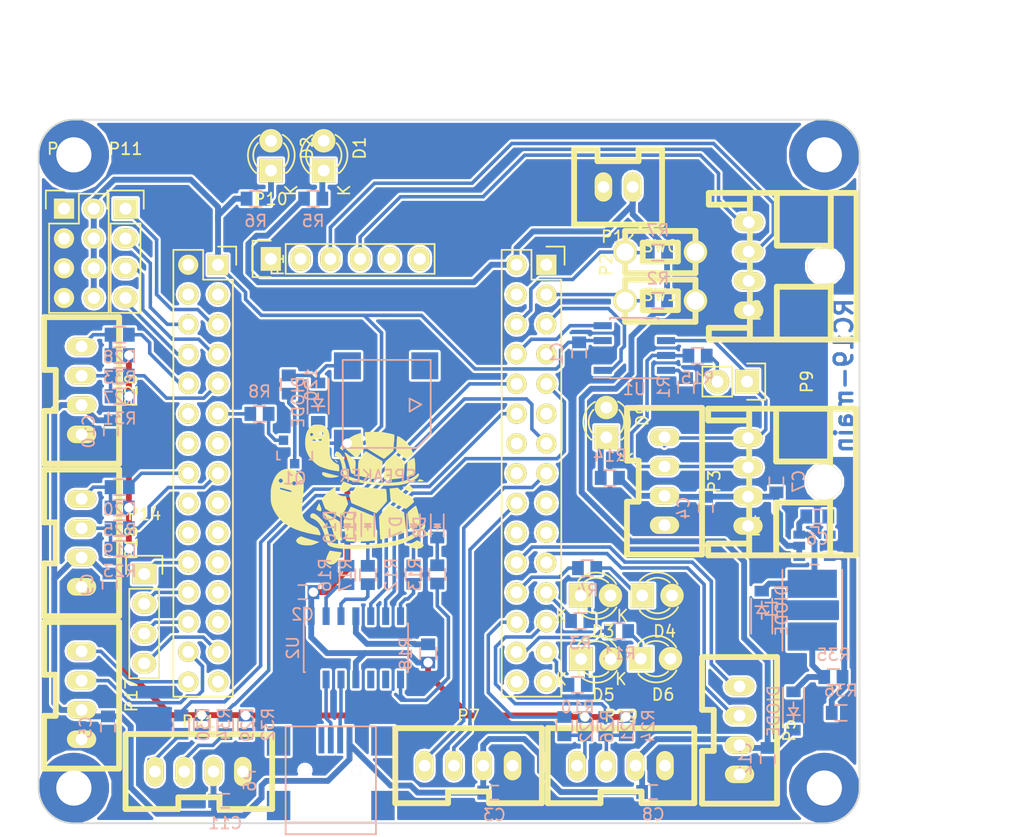
<source format=kicad_pcb>
(kicad_pcb (version 20171130) (host pcbnew "(5.0.0)")
  (layers (0 F.Cu signal) (31 B.Cu signal) (34 B.Paste user) (35 F.Paste user) (36 B.SilkS user) (37 F.SilkS user) (38 B.Mask user) (39 F.Mask user) (44 Edge.Cuts user))
  (net 0 "")
  (net 1 +5V)
  (net 2 GND)
  (net 3 "Net-(D1-Pad1)")
  (net 4 "Net-(D2-Pad1)")
  (net 5 +3.3V)
  (net 6 /E6)
  (net 7 /E5)
  (net 8 /C1)
  (net 9 /C0)
  (net 10 /C3)
  (net 11 /C2)
  (net 12 /A1)
  (net 13 /A0)
  (net 14 /A3)
  (net 15 /A2)
  (net 16 /A5)
  (net 17 /A4)
  (net 18 /A7)
  (net 19 /A6)
  (net 20 /C5)
  (net 21 /C4)
  (net 22 /B1)
  (net 23 /B0)
  (net 24 /E9)
  (net 25 /E8)
  (net 26 /E11)
  (net 27 /E10)
  (net 28 /E13)
  (net 29 /E12)
  (net 30 /B10)
  (net 31 /E14)
  (net 32 /B11)
  (net 33 /B13)
  (net 34 /B9)
  (net 35 /B8)
  (net 36 /B7)
  (net 37 /B6)
  (net 38 /B5)
  (net 39 /B4)
  (net 40 /B3)
  (net 41 /D6)
  (net 42 /D5)
  (net 43 /D2)
  (net 44 /C12)
  (net 45 /A15)
  (net 46 /A11)
  (net 47 /A10)
  (net 48 /A9)
  (net 49 /A8)
  (net 50 /C9)
  (net 51 /C8)
  (net 52 /C7)
  (net 53 /C6)
  (net 54 /D15)
  (net 55 /D14)
  (net 56 /D13)
  (net 57 /D12)
  (net 58 /D9)
  (net 59 /D8)
  (net 60 /B14)
  (net 61 /B15)
  (net 62 "Net-(P10-Pad2)")
  (net 63 /CLK)
  (net 64 /DIO)
  (net 65 "Net-(P10-Pad5)")
  (net 66 "Net-(P10-Pad6)")
  (net 67 /CAN_L)
  (net 68 /CAN_H)
  (net 69 +12V)
  (net 70 "Net-(P8-Pad2)")
  (net 71 "Net-(D3-Pad1)")
  (net 72 "Net-(D4-Pad1)")
  (net 73 "Net-(Q1-Pad3)")
  (net 74 "Net-(D5-Pad1)")
  (net 75 "Net-(D6-Pad1)")
  (net 76 "Net-(D9-Pad1)")
  (net 77 "Net-(Q1-Pad1)")
  (net 78 "Net-(P9-Pad2)")
  (net 79 "Net-(R1-Pad1)")
  (net 80 /GP0)
  (net 81 /GP1)
  (net 82 /D-)
  (net 83 /D+)
  (net 84 "Net-(P6-Pad4)")
  (net 85 "Net-(P6-Pad6)")
  (net 86 "Net-(R18-Pad1)")
  (net 87 "Net-(U2-Pad9)")
  (net 88 "Net-(U2-Pad10)")
  (net 89 "Net-(D12-Pad1)")
  (net 90 "Net-(C6-Pad1)")
  (net 91 "Net-(C6-Pad2)")
  (net 92 "Net-(D14-Pad1)")
  (net 93 "Net-(P18-Pad4)")
  (net 94 "Net-(P18-Pad3)")
  (net 95 "Net-(P19-Pad4)")
  (net 96 "Net-(P19-Pad3)")
  (net 97 "Net-(P20-Pad4)")
  (net 98 "Net-(P20-Pad3)")
  (net 99 "Net-(P21-Pad4)")
  (net 100 "Net-(P21-Pad3)")
  (net 101 /FB)
  (net 102 /GP2)
  (net 103 /GP3)
  (net 104 "Net-(D7-Pad1)")
  (net 105 "Net-(D8-Pad1)")
  (net 106 "Net-(D10-Pad1)")
  (net 107 "Net-(D11-Pad1)")
  (module Pin_Headers:Pin_Header_Straight_1x04 (layer F.Cu) (at 110.09 108.4)
    (fp_text reference P14 (at 0 -5.1) (layer F.SilkS))
    (fp_text value PWM)
    (pad 1 thru_hole rect (at 0 0) (size 2.032 1.7272) (drill 1.016) (layers *.Cu *.Mask F.SilkS) (net 24 /E9))
    (pad 2 thru_hole oval (at 0 2.54) (size 2.032 1.7272) (drill 1.016) (layers *.Cu *.Mask F.SilkS) (net 26 /E11))
    (pad 3 thru_hole oval (at 0 5.08) (size 2.032 1.7272) (drill 1.016) (layers *.Cu *.Mask F.SilkS) (net 28 /E13))
    (pad 4 thru_hole oval (at 0 7.62) (size 2.032 1.7272) (drill 1.016) (layers *.Cu *.Mask F.SilkS) (net 31 /E14))
  )
  (module Socket_Strips:Socket_Strip_Straight_2x15 (layer F.Cu) (at 144.385 82.035 270)
    (fp_text reference P2 (at 0 -5.1 270) (layer F.SilkS))
    (fp_text value CONN_02X15)
    (pad 1 thru_hole rect (at 0 0 270) (size 1.7272 1.7272) (drill 1.016) (layers *.Cu *.Mask F.SilkS) (net 2 GND))
    (pad 2 thru_hole oval (at 0 2.54 270) (size 1.7272 1.7272) (drill 1.016) (layers *.Cu *.Mask F.SilkS) (net 1 +5V))
    (pad 3 thru_hole oval (at 2.54 0 270) (size 1.7272 1.7272) (drill 1.016) (layers *.Cu *.Mask F.SilkS) (net 35 /B8))
    (pad 4 thru_hole oval (at 2.54 2.54 270) (size 1.7272 1.7272) (drill 1.016) (layers *.Cu *.Mask F.SilkS) (net 34 /B9))
    (pad 5 thru_hole oval (at 5.08 0 270) (size 1.7272 1.7272) (drill 1.016) (layers *.Cu *.Mask F.SilkS) (net 37 /B6))
    (pad 6 thru_hole oval (at 5.08 2.54 270) (size 1.7272 1.7272) (drill 1.016) (layers *.Cu *.Mask F.SilkS) (net 36 /B7))
    (pad 7 thru_hole oval (at 7.62 0 270) (size 1.7272 1.7272) (drill 1.016) (layers *.Cu *.Mask F.SilkS) (net 39 /B4))
    (pad 8 thru_hole oval (at 7.62 2.54 270) (size 1.7272 1.7272) (drill 1.016) (layers *.Cu *.Mask F.SilkS) (net 38 /B5))
    (pad 9 thru_hole oval (at 10.16 0 270) (size 1.7272 1.7272) (drill 1.016) (layers *.Cu *.Mask F.SilkS) (net 41 /D6))
    (pad 10 thru_hole oval (at 10.16 2.54 270) (size 1.7272 1.7272) (drill 1.016) (layers *.Cu *.Mask F.SilkS) (net 40 /B3))
    (pad 11 thru_hole oval (at 12.7 0 270) (size 1.7272 1.7272) (drill 1.016) (layers *.Cu *.Mask F.SilkS) (net 43 /D2))
    (pad 12 thru_hole oval (at 12.7 2.54 270) (size 1.7272 1.7272) (drill 1.016) (layers *.Cu *.Mask F.SilkS) (net 42 /D5))
    (pad 13 thru_hole oval (at 15.24 0 270) (size 1.7272 1.7272) (drill 1.016) (layers *.Cu *.Mask F.SilkS) (net 45 /A15))
    (pad 14 thru_hole oval (at 15.24 2.54 270) (size 1.7272 1.7272) (drill 1.016) (layers *.Cu *.Mask F.SilkS) (net 44 /C12))
    (pad 15 thru_hole oval (at 17.78 0 270) (size 1.7272 1.7272) (drill 1.016) (layers *.Cu *.Mask F.SilkS) (net 47 /A10))
    (pad 16 thru_hole oval (at 17.78 2.54 270) (size 1.7272 1.7272) (drill 1.016) (layers *.Cu *.Mask F.SilkS) (net 46 /A11))
    (pad 17 thru_hole oval (at 20.32 0 270) (size 1.7272 1.7272) (drill 1.016) (layers *.Cu *.Mask F.SilkS) (net 49 /A8))
    (pad 18 thru_hole oval (at 20.32 2.54 270) (size 1.7272 1.7272) (drill 1.016) (layers *.Cu *.Mask F.SilkS) (net 48 /A9))
    (pad 19 thru_hole oval (at 22.86 0 270) (size 1.7272 1.7272) (drill 1.016) (layers *.Cu *.Mask F.SilkS) (net 51 /C8))
    (pad 20 thru_hole oval (at 22.86 2.54 270) (size 1.7272 1.7272) (drill 1.016) (layers *.Cu *.Mask F.SilkS) (net 50 /C9))
    (pad 21 thru_hole oval (at 25.4 0 270) (size 1.7272 1.7272) (drill 1.016) (layers *.Cu *.Mask F.SilkS) (net 53 /C6))
    (pad 22 thru_hole oval (at 25.4 2.54 270) (size 1.7272 1.7272) (drill 1.016) (layers *.Cu *.Mask F.SilkS) (net 52 /C7))
    (pad 23 thru_hole oval (at 27.94 0 270) (size 1.7272 1.7272) (drill 1.016) (layers *.Cu *.Mask F.SilkS) (net 55 /D14))
    (pad 24 thru_hole oval (at 27.94 2.54 270) (size 1.7272 1.7272) (drill 1.016) (layers *.Cu *.Mask F.SilkS) (net 54 /D15))
    (pad 25 thru_hole oval (at 30.48 0 270) (size 1.7272 1.7272) (drill 1.016) (layers *.Cu *.Mask F.SilkS) (net 57 /D12))
    (pad 26 thru_hole oval (at 30.48 2.54 270) (size 1.7272 1.7272) (drill 1.016) (layers *.Cu *.Mask F.SilkS) (net 56 /D13))
    (pad 27 thru_hole oval (at 33.02 0 270) (size 1.7272 1.7272) (drill 1.016) (layers *.Cu *.Mask F.SilkS) (net 59 /D8))
    (pad 28 thru_hole oval (at 33.02 2.54 270) (size 1.7272 1.7272) (drill 1.016) (layers *.Cu *.Mask F.SilkS) (net 58 /D9))
    (pad 29 thru_hole oval (at 35.56 0 270) (size 1.7272 1.7272) (drill 1.016) (layers *.Cu *.Mask F.SilkS) (net 61 /B15))
    (pad 30 thru_hole oval (at 35.56 2.54 270) (size 1.7272 1.7272) (drill 1.016) (layers *.Cu *.Mask F.SilkS) (net 60 /B14))
  )
  (module Resistors_SMD:R_0603 (layer B.Cu) (at 147.86 107.9)
    (fp_text reference R4 (at 0 1.9) (layer B.SilkS) (effects (justify mirror)))
    (fp_text value 330)
    (pad 1 smd rect (at -0.78 0) (size 1 1.2) (layers B.Cu B.Paste B.Mask) (net 54 /D15))
    (pad 2 smd rect (at 0.78 0) (size 1 1.2) (layers B.Cu B.Paste B.Mask) (net 72 "Net-(D4-Pad1)"))
  )
  (module LEDs:LED-3MM (layer F.Cu) (at 147.31 110.24)
    (fp_text reference D3 (at 1.91 3.06) (layer F.SilkS))
    (fp_text value LED)
    (fp_text user K (at -1.69 1.74) (layer F.SilkS))
    (pad 1 thru_hole rect (at 0 0 90) (size 2 2) (drill 1.00076) (layers *.Cu *.Mask F.SilkS) (net 71 "Net-(D3-Pad1)"))
    (pad 2 thru_hole circle (at 2.54 0) (size 2 2) (drill 1.00076) (layers *.Cu *.Mask F.SilkS) (net 2 GND))
  )
  (module RP_KiCAD_Connector:XA_4T (layer F.Cu) (at 147 124.75)
    (fp_text reference P19 (at 3.75 -4.25) (layer F.SilkS))
    (fp_text value ENC3)
    (pad 4 thru_hole oval (at 0 0) (size 1.5 2.5) (drill 1) (layers *.Cu *.Mask F.SilkS) (net 95 "Net-(P19-Pad4)"))
    (pad 3 thru_hole oval (at 2.5 0) (size 1.5 2.5) (drill 1) (layers *.Cu *.Mask F.SilkS) (net 96 "Net-(P19-Pad3)"))
    (pad 2 thru_hole oval (at 5 0) (size 1.5 2.5) (drill 1) (layers *.Cu *.Mask F.SilkS) (net 1 +5V))
    (pad 1 thru_hole oval (at 7.5 0) (size 1.5 2.5) (drill 1) (layers *.Cu *.Mask F.SilkS) (net 2 GND))
  )
  (module RP_KiCAD_Connector:XA_4T (layer F.Cu) (at 134 124.75)
    (fp_text reference P7 (at 3.75 -4.25) (layer F.SilkS))
    (fp_text value SERIAL2)
    (pad 4 thru_hole oval (at 0 0) (size 1.5 2.5) (drill 1) (layers *.Cu *.Mask F.SilkS) (net 47 /A10))
    (pad 3 thru_hole oval (at 2.5 0) (size 1.5 2.5) (drill 1) (layers *.Cu *.Mask F.SilkS) (net 48 /A9))
    (pad 2 thru_hole oval (at 5 0) (size 1.5 2.5) (drill 1) (layers *.Cu *.Mask F.SilkS) (net 1 +5V))
    (pad 1 thru_hole oval (at 7.5 0) (size 1.5 2.5) (drill 1) (layers *.Cu *.Mask F.SilkS) (net 2 GND))
  )
  (module Capacitors_SMD:C_0603 (layer B.Cu) (at 117 127.75)
    (fp_text reference C11 (at 0 1.9) (layer B.SilkS) (effects (justify mirror)))
    (fp_text value 0.1u)
    (pad 1 smd rect (at -0.95 0) (size 1 1.2) (layers B.Cu B.Paste B.Mask) (net 1 +5V))
    (pad 2 smd rect (at 0.93 0) (size 1 1.2) (layers B.Cu B.Paste B.Mask) (net 2 GND))
  )
  (module RP_KiCAD_Connector:XA_4T (layer F.Cu) (at 104.75 115 270)
    (fp_text reference P17 (at 3.75 -4.25 270) (layer F.SilkS))
    (fp_text value SERIAL0)
    (pad 4 thru_hole oval (at 0 0 270) (size 1.5 2.5) (drill 1) (layers *.Cu *.Mask F.SilkS) (net 32 /B11))
    (pad 3 thru_hole oval (at 2.5 0 270) (size 1.5 2.5) (drill 1) (layers *.Cu *.Mask F.SilkS) (net 30 /B10))
    (pad 2 thru_hole oval (at 5 0 270) (size 1.5 2.5) (drill 1) (layers *.Cu *.Mask F.SilkS) (net 1 +5V))
    (pad 1 thru_hole oval (at 7.5 0 270) (size 1.5 2.5) (drill 1) (layers *.Cu *.Mask F.SilkS) (net 2 GND))
  )
  (module RP_KiCAD_Connector:XA_4T (layer F.Cu) (at 104.75 102 270)
    (fp_text reference P18 (at 3.75 -4.25 270) (layer F.SilkS))
    (fp_text value ENC2)
    (pad 4 thru_hole oval (at 0 0 270) (size 1.5 2.5) (drill 1) (layers *.Cu *.Mask F.SilkS) (net 93 "Net-(P18-Pad4)"))
    (pad 3 thru_hole oval (at 2.5 0 270) (size 1.5 2.5) (drill 1) (layers *.Cu *.Mask F.SilkS) (net 94 "Net-(P18-Pad3)"))
    (pad 2 thru_hole oval (at 5 0 270) (size 1.5 2.5) (drill 1) (layers *.Cu *.Mask F.SilkS) (net 1 +5V))
    (pad 1 thru_hole oval (at 7.5 0 270) (size 1.5 2.5) (drill 1) (layers *.Cu *.Mask F.SilkS) (net 2 GND))
  )
  (module Resistors_SMD:R_0603 (layer B.Cu) (at 108 104.5)
    (fp_text reference R19 (at 0 1.9) (layer B.SilkS) (effects (justify mirror)))
    (fp_text value 100)
    (pad 1 smd rect (at -0.78 0) (size 1 1.2) (layers B.Cu B.Paste B.Mask) (net 94 "Net-(P18-Pad3)"))
    (pad 2 smd rect (at 0.78 0) (size 1 1.2) (layers B.Cu B.Paste B.Mask) (net 19 /A6))
  )
  (module Resistors_SMD:R_0603 (layer B.Cu) (at 108 106.25)
    (fp_text reference R23 (at 0 1.9) (layer B.SilkS) (effects (justify mirror)))
    (fp_text value 1k)
    (pad 1 smd rect (at -0.78 0) (size 1 1.2) (layers B.Cu B.Paste B.Mask) (net 94 "Net-(P18-Pad3)"))
    (pad 2 smd rect (at 0.78 0) (size 1 1.2) (layers B.Cu B.Paste B.Mask) (net 5 +3.3V))
  )
  (module Resistors_SMD:R_0603 (layer B.Cu) (at 113.25 121.25 90)
    (fp_text reference R30 (at 0 1.9 90) (layer B.SilkS) (effects (justify mirror)))
    (fp_text value 100)
    (pad 1 smd rect (at -0.78 0 90) (size 1 1.2) (layers B.Cu B.Paste B.Mask) (net 99 "Net-(P21-Pad4)"))
    (pad 2 smd rect (at 0.78 0 90) (size 1 1.2) (layers B.Cu B.Paste B.Mask) (net 40 /B3))
  )
  (module TO_SOT_Packages_SMD:SOT-23 (layer B.Cu) (at 122.92 98)
    (fp_text reference Q1 (at 0 2.25) (layer B.SilkS) (effects (justify mirror)))
    (fp_text value NPN)
    (pad 1 smd rect (at -0.95 -1.00076) (size 0.8001 0.8001) (layers B.Cu B.Paste B.Mask) (net 77 "Net-(Q1-Pad1)"))
    (pad 2 smd rect (at 0.95 -1.00076) (size 0.8001 0.8001) (layers B.Cu B.Paste B.Mask) (net 2 GND))
    (pad 3 smd rect (at 0 0.99822) (size 0.8001 0.8001) (layers B.Cu B.Paste B.Mask) (net 73 "Net-(Q1-Pad3)"))
  )
  (module Mizz_lib:SOD-123 (layer B.Cu) (at 162.75 111.5 90)
    (fp_text reference D13)
    (fp_text value DIODE (at 0 1.7 90) (layer B.SilkS) (effects (justify mirror)))
    (pad 2 smd rect (at 1.635 0 90) (size 0.91 1.22) (layers B.Cu B.Paste B.Mask) (net 90 "Net-(C6-Pad1)"))
    (pad 1 smd rect (at -1.635 0 90) (size 0.91 1.22) (layers B.Cu B.Paste B.Mask) (net 2 GND))
  )
  (module Capacitors_SMD:C_0603 (layer B.Cu) (at 167.5 103.5)
    (fp_text reference C6 (at 0 1.9) (layer B.SilkS) (effects (justify mirror)))
    (fp_text value 0.1u)
    (pad 1 smd rect (at -0.95 0) (size 1 1.2) (layers B.Cu B.Paste B.Mask) (net 90 "Net-(C6-Pad1)"))
    (pad 2 smd rect (at 0.93 0) (size 1 1.2) (layers B.Cu B.Paste B.Mask) (net 91 "Net-(C6-Pad2)"))
  )
  (module Mizz_lib:TSOT-6-MK06A (layer B.Cu) (at 167.25 106 270)
    (fp_text reference U3 hide)
    (fp_text value AOZ1280 hide)
    (pad 1 smd rect (at -0.94996 -1.30048 270) (size 0.69088 1.00076) (layers B.Cu B.Paste B.Mask) (net 91 "Net-(C6-Pad2)"))
    (pad 2 smd rect (at 0 -1.30048 270) (size 0.69088 1.00076) (layers B.Cu B.Paste B.Mask) (net 2 GND))
    (pad 3 smd rect (at 0.94996 -1.30048 270) (size 0.69088 1.00076) (layers B.Cu B.Paste B.Mask) (net 101 /FB))
    (pad 4 smd rect (at 0.94996 1.30048 270) (size 0.69088 1.00076) (layers B.Cu B.Paste B.Mask) (net 69 +12V))
    (pad 5 smd rect (at 0 1.30048 270) (size 0.69088 1.00076) (layers B.Cu B.Paste B.Mask) (net 69 +12V))
    (pad 6 smd rect (at -0.94996 1.30048 270) (size 0.69088 1.00076) (layers B.Cu B.Paste B.Mask) (net 90 "Net-(C6-Pad1)"))
  )
  (module Resistors_SMD:R_0603 (layer B.Cu) (at 169.5 120.25 180)
    (fp_text reference R36 (at 0 1.9 180) (layer B.SilkS) (effects (justify mirror)))
    (fp_text value 10k)
    (pad 1 smd rect (at -0.78 0 180) (size 1 1.2) (layers B.Cu B.Paste B.Mask) (net 2 GND))
    (pad 2 smd rect (at 0.78 0 180) (size 1 1.2) (layers B.Cu B.Paste B.Mask) (net 101 /FB))
  )
  (module Resistors_SMD:R_0603 (layer B.Cu) (at 147.27 112.41)
    (fp_text reference R3 (at 0 1.9) (layer B.SilkS) (effects (justify mirror)))
    (fp_text value 330)
    (pad 1 smd rect (at -0.78 0) (size 1 1.2) (layers B.Cu B.Paste B.Mask) (net 55 /D14))
    (pad 2 smd rect (at 0.78 0) (size 1 1.2) (layers B.Cu B.Paste B.Mask) (net 71 "Net-(D3-Pad1)"))
  )
  (module Pin_Headers:Pin_Header_Straight_1x04 (layer F.Cu) (at 108.5 77.25)
    (fp_text reference P11 (at 0 -5.1) (layer F.SilkS))
    (fp_text value ADC)
    (pad 1 thru_hole rect (at 0 0) (size 2.032 1.7272) (drill 1.016) (layers *.Cu *.Mask F.SilkS) (net 9 /C0))
    (pad 2 thru_hole oval (at 0 2.54) (size 2.032 1.7272) (drill 1.016) (layers *.Cu *.Mask F.SilkS) (net 8 /C1))
    (pad 3 thru_hole oval (at 0 5.08) (size 2.032 1.7272) (drill 1.016) (layers *.Cu *.Mask F.SilkS) (net 11 /C2))
    (pad 4 thru_hole oval (at 0 7.62) (size 2.032 1.7272) (drill 1.016) (layers *.Cu *.Mask F.SilkS) (net 10 /C3))
  )
  (module Housings_SOIC:SOIC-14_3.9x8.7mm_Pitch1.27mm (layer B.Cu) (at 128.14 114.7 270)
    (fp_text reference U2 (at 0 5.375 270) (layer B.SilkS) (effects (justify mirror)))
    (fp_text value MCP2221)
    (pad 1 smd rect (at -2.7 3.81 270) (size 1.5 0.6) (layers B.Cu B.Paste B.Mask) (net 5 +3.3V))
    (pad 2 smd rect (at -2.7 2.54 270) (size 1.5 0.6) (layers B.Cu B.Paste B.Mask) (net 80 /GP0))
    (pad 3 smd rect (at -2.7 1.27 270) (size 1.5 0.6) (layers B.Cu B.Paste B.Mask) (net 81 /GP1))
    (pad 4 smd rect (at -2.7 0 270) (size 1.5 0.6) (layers B.Cu B.Paste B.Mask) (net 86 "Net-(R18-Pad1)"))
    (pad 5 smd rect (at -2.7 -1.27 270) (size 1.5 0.6) (layers B.Cu B.Paste B.Mask) (net 42 /D5))
    (pad 6 smd rect (at -2.7 -2.54 270) (size 1.5 0.6) (layers B.Cu B.Paste B.Mask) (net 41 /D6))
    (pad 7 smd rect (at -2.7 -3.81 270) (size 1.5 0.6) (layers B.Cu B.Paste B.Mask) (net 102 /GP2))
    (pad 8 smd rect (at 2.7 -3.81 270) (size 1.5 0.6) (layers B.Cu B.Paste B.Mask) (net 103 /GP3))
    (pad 9 smd rect (at 2.7 -2.54 270) (size 1.5 0.6) (layers B.Cu B.Paste B.Mask) (net 87 "Net-(U2-Pad9)"))
    (pad 10 smd rect (at 2.7 -1.27 270) (size 1.5 0.6) (layers B.Cu B.Paste B.Mask) (net 88 "Net-(U2-Pad10)"))
    (pad 11 smd rect (at 2.7 0 270) (size 1.5 0.6) (layers B.Cu B.Paste B.Mask) (net 5 +3.3V))
    (pad 12 smd rect (at 2.7 1.27 270) (size 1.5 0.6) (layers B.Cu B.Paste B.Mask) (net 82 /D-))
    (pad 13 smd rect (at 2.7 2.54 270) (size 1.5 0.6) (layers B.Cu B.Paste B.Mask) (net 83 /D+))
    (pad 14 smd rect (at 2.7 3.81 270) (size 1.5 0.6) (layers B.Cu B.Paste B.Mask) (net 2 GND))
  )
  (module Pin_Headers:Pin_Header_Straight_1x02 (layer F.Cu) (at 161.5 92 270)
    (fp_text reference P9 (at 0 -5.1 270) (layer F.SilkS))
    (fp_text value CAN_JP)
    (pad 1 thru_hole rect (at 0 0 270) (size 2.032 2.032) (drill 1.016) (layers *.Cu *.Mask F.SilkS) (net 67 /CAN_L))
    (pad 2 thru_hole oval (at 0 2.54 270) (size 2.032 2.032) (drill 1.016) (layers *.Cu *.Mask F.SilkS) (net 78 "Net-(P9-Pad2)"))
  )
  (module Socket_Strips:Socket_Strip_Straight_2x15 (layer F.Cu) (at 116.385 82.035 270)
    (fp_text reference P1 (at 0 -5.1 270) (layer F.SilkS))
    (fp_text value CONN_02X15)
    (pad 1 thru_hole rect (at 0 0 270) (size 1.7272 1.7272) (drill 1.016) (layers *.Cu *.Mask F.SilkS) (net 5 +3.3V))
    (pad 2 thru_hole oval (at 0 2.54 270) (size 1.7272 1.7272) (drill 1.016) (layers *.Cu *.Mask F.SilkS) (net 2 GND))
    (pad 3 thru_hole oval (at 2.54 0 270) (size 1.7272 1.7272) (drill 1.016) (layers *.Cu *.Mask F.SilkS) (net 7 /E5))
    (pad 4 thru_hole oval (at 2.54 2.54 270) (size 1.7272 1.7272) (drill 1.016) (layers *.Cu *.Mask F.SilkS) (net 6 /E6))
    (pad 5 thru_hole oval (at 5.08 0 270) (size 1.7272 1.7272) (drill 1.016) (layers *.Cu *.Mask F.SilkS) (net 9 /C0))
    (pad 6 thru_hole oval (at 5.08 2.54 270) (size 1.7272 1.7272) (drill 1.016) (layers *.Cu *.Mask F.SilkS) (net 8 /C1))
    (pad 7 thru_hole oval (at 7.62 0 270) (size 1.7272 1.7272) (drill 1.016) (layers *.Cu *.Mask F.SilkS) (net 11 /C2))
    (pad 8 thru_hole oval (at 7.62 2.54 270) (size 1.7272 1.7272) (drill 1.016) (layers *.Cu *.Mask F.SilkS) (net 10 /C3))
    (pad 9 thru_hole oval (at 10.16 0 270) (size 1.7272 1.7272) (drill 1.016) (layers *.Cu *.Mask F.SilkS) (net 13 /A0))
    (pad 10 thru_hole oval (at 10.16 2.54 270) (size 1.7272 1.7272) (drill 1.016) (layers *.Cu *.Mask F.SilkS) (net 12 /A1))
    (pad 11 thru_hole oval (at 12.7 0 270) (size 1.7272 1.7272) (drill 1.016) (layers *.Cu *.Mask F.SilkS) (net 15 /A2))
    (pad 12 thru_hole oval (at 12.7 2.54 270) (size 1.7272 1.7272) (drill 1.016) (layers *.Cu *.Mask F.SilkS) (net 14 /A3))
    (pad 13 thru_hole oval (at 15.24 0 270) (size 1.7272 1.7272) (drill 1.016) (layers *.Cu *.Mask F.SilkS) (net 17 /A4))
    (pad 14 thru_hole oval (at 15.24 2.54 270) (size 1.7272 1.7272) (drill 1.016) (layers *.Cu *.Mask F.SilkS) (net 16 /A5))
    (pad 15 thru_hole oval (at 17.78 0 270) (size 1.7272 1.7272) (drill 1.016) (layers *.Cu *.Mask F.SilkS) (net 19 /A6))
    (pad 16 thru_hole oval (at 17.78 2.54 270) (size 1.7272 1.7272) (drill 1.016) (layers *.Cu *.Mask F.SilkS) (net 18 /A7))
    (pad 17 thru_hole oval (at 20.32 0 270) (size 1.7272 1.7272) (drill 1.016) (layers *.Cu *.Mask F.SilkS) (net 21 /C4))
    (pad 18 thru_hole oval (at 20.32 2.54 270) (size 1.7272 1.7272) (drill 1.016) (layers *.Cu *.Mask F.SilkS) (net 20 /C5))
    (pad 19 thru_hole oval (at 22.86 0 270) (size 1.7272 1.7272) (drill 1.016) (layers *.Cu *.Mask F.SilkS) (net 23 /B0))
    (pad 20 thru_hole oval (at 22.86 2.54 270) (size 1.7272 1.7272) (drill 1.016) (layers *.Cu *.Mask F.SilkS) (net 22 /B1))
    (pad 21 thru_hole oval (at 25.4 0 270) (size 1.7272 1.7272) (drill 1.016) (layers *.Cu *.Mask F.SilkS) (net 25 /E8))
    (pad 22 thru_hole oval (at 25.4 2.54 270) (size 1.7272 1.7272) (drill 1.016) (layers *.Cu *.Mask F.SilkS) (net 24 /E9))
    (pad 23 thru_hole oval (at 27.94 0 270) (size 1.7272 1.7272) (drill 1.016) (layers *.Cu *.Mask F.SilkS) (net 27 /E10))
    (pad 24 thru_hole oval (at 27.94 2.54 270) (size 1.7272 1.7272) (drill 1.016) (layers *.Cu *.Mask F.SilkS) (net 26 /E11))
    (pad 25 thru_hole oval (at 30.48 0 270) (size 1.7272 1.7272) (drill 1.016) (layers *.Cu *.Mask F.SilkS) (net 29 /E12))
    (pad 26 thru_hole oval (at 30.48 2.54 270) (size 1.7272 1.7272) (drill 1.016) (layers *.Cu *.Mask F.SilkS) (net 28 /E13))
    (pad 27 thru_hole oval (at 33.02 0 270) (size 1.7272 1.7272) (drill 1.016) (layers *.Cu *.Mask F.SilkS) (net 31 /E14))
    (pad 28 thru_hole oval (at 33.02 2.54 270) (size 1.7272 1.7272) (drill 1.016) (layers *.Cu *.Mask F.SilkS) (net 30 /B10))
    (pad 29 thru_hole oval (at 35.56 0 270) (size 1.7272 1.7272) (drill 1.016) (layers *.Cu *.Mask F.SilkS) (net 33 /B13))
    (pad 30 thru_hole oval (at 35.56 2.54 270) (size 1.7272 1.7272) (drill 1.016) (layers *.Cu *.Mask F.SilkS) (net 32 /B11))
  )
  (module Capacitors_SMD:C_0603 (layer B.Cu) (at 147.18 89.6 270)
    (fp_text reference C1 (at 0 1.9 270) (layer B.SilkS) (effects (justify mirror)))
    (fp_text value 0.1u)
    (pad 1 smd rect (at -0.95 0 270) (size 1 1.2) (layers B.Cu B.Paste B.Mask) (net 5 +3.3V))
    (pad 2 smd rect (at 0.93 0 270) (size 1 1.2) (layers B.Cu B.Paste B.Mask) (net 2 GND))
  )
  (module Capacitors_SMD:C_0603 (layer B.Cu) (at 123.59 109.95)
    (fp_text reference C2 (at 0 1.9) (layer B.SilkS) (effects (justify mirror)))
    (fp_text value 0.1u)
    (pad 1 smd rect (at -0.95 0) (size 1 1.2) (layers B.Cu B.Paste B.Mask) (net 2 GND))
    (pad 2 smd rect (at 0.93 0) (size 1 1.2) (layers B.Cu B.Paste B.Mask) (net 5 +3.3V))
  )
  (module Capacitors_SMD:C_0603 (layer B.Cu) (at 139.95 127.05)
    (fp_text reference C3 (at 0 1.9) (layer B.SilkS) (effects (justify mirror)))
    (fp_text value 0.1u)
    (pad 1 smd rect (at -0.95 0) (size 1 1.2) (layers B.Cu B.Paste B.Mask) (net 1 +5V))
    (pad 2 smd rect (at 0.93 0) (size 1 1.2) (layers B.Cu B.Paste B.Mask) (net 2 GND))
  )
  (module RP_KiCAD_Connector:XA_4T (layer F.Cu) (at 154.46 96.74 270)
    (fp_text reference P3 (at 3.75 -4.25 270) (layer F.SilkS))
    (fp_text value CAN)
    (pad 4 thru_hole oval (at 0 0 270) (size 1.5 2.5) (drill 1) (layers *.Cu *.Mask F.SilkS) (net 67 /CAN_L))
    (pad 3 thru_hole oval (at 2.5 0 270) (size 1.5 2.5) (drill 1) (layers *.Cu *.Mask F.SilkS) (net 68 /CAN_H))
    (pad 2 thru_hole oval (at 5 0 270) (size 1.5 2.5) (drill 1) (layers *.Cu *.Mask F.SilkS) (net 69 +12V))
    (pad 1 thru_hole oval (at 7.5 0 270) (size 1.5 2.5) (drill 1) (layers *.Cu *.Mask F.SilkS) (net 2 GND))
  )
  (module RP_KiCAD_Connector:XA_2T (layer F.Cu) (at 151.75 75.4 180)
    (fp_text reference P12 (at 1.25 -4.25 180) (layer F.SilkS))
    (fp_text value 5V_in)
    (pad 2 thru_hole oval (at 0 0 180) (size 1.5 2.5) (drill 1) (layers *.Cu *.Mask F.SilkS) (net 1 +5V))
    (pad 1 thru_hole oval (at 2.5 0 180) (size 1.5 2.5) (drill 1) (layers *.Cu *.Mask F.SilkS) (net 2 GND))
  )
  (module Resistors_SMD:R_0603 (layer B.Cu) (at 124.5 76.4)
    (fp_text reference R5 (at 0 1.9) (layer B.SilkS) (effects (justify mirror)))
    (fp_text value 510)
    (pad 1 smd rect (at -0.78 0) (size 1 1.2) (layers B.Cu B.Paste B.Mask) (net 1 +5V))
    (pad 2 smd rect (at 0.78 0) (size 1 1.2) (layers B.Cu B.Paste B.Mask) (net 3 "Net-(D1-Pad1)"))
  )
  (module Resistors_SMD:R_0603 (layer B.Cu) (at 119.6 76.4)
    (fp_text reference R6 (at 0 1.9) (layer B.SilkS) (effects (justify mirror)))
    (fp_text value 330)
    (pad 1 smd rect (at -0.78 0) (size 1 1.2) (layers B.Cu B.Paste B.Mask) (net 5 +3.3V))
    (pad 2 smd rect (at 0.78 0) (size 1 1.2) (layers B.Cu B.Paste B.Mask) (net 4 "Net-(D2-Pad1)"))
  )
  (module LEDs:LED-3MM (layer F.Cu) (at 125.4 74 90)
    (fp_text reference D1 (at 1.91 3.06 90) (layer F.SilkS))
    (fp_text value LED)
    (fp_text user K (at -1.69 1.74 90) (layer F.SilkS))
    (pad 1 thru_hole rect (at 0 0 180) (size 2 2) (drill 1.00076) (layers *.Cu *.Mask F.SilkS) (net 3 "Net-(D1-Pad1)"))
    (pad 2 thru_hole circle (at 2.54 0 90) (size 2 2) (drill 1.00076) (layers *.Cu *.Mask F.SilkS) (net 2 GND))
  )
  (module LEDs:LED-3MM (layer F.Cu) (at 120.9 74 90)
    (fp_text reference D2 (at 1.91 3.06 90) (layer F.SilkS))
    (fp_text value LED)
    (fp_text user K (at -1.69 1.74 90) (layer F.SilkS))
    (pad 1 thru_hole rect (at 0 0 180) (size 2 2) (drill 1.00076) (layers *.Cu *.Mask F.SilkS) (net 4 "Net-(D2-Pad1)"))
    (pad 2 thru_hole circle (at 2.54 0 90) (size 2 2) (drill 1.00076) (layers *.Cu *.Mask F.SilkS) (net 2 GND))
  )
  (module Socket_Strips:Socket_Strip_Straight_1x06 (layer F.Cu) (at 120.885 81.535)
    (fp_text reference P10 (at 0 -5.1) (layer F.SilkS))
    (fp_text value WRITING)
    (pad 1 thru_hole rect (at 0 0) (size 1.7272 2.032) (drill 1.016) (layers *.Cu *.Mask F.SilkS) (net 2 GND))
    (pad 2 thru_hole oval (at 2.54 0) (size 1.7272 2.032) (drill 1.016) (layers *.Cu *.Mask F.SilkS) (net 62 "Net-(P10-Pad2)"))
    (pad 3 thru_hole oval (at 5.08 0) (size 1.7272 2.032) (drill 1.016) (layers *.Cu *.Mask F.SilkS) (net 63 /CLK))
    (pad 4 thru_hole oval (at 7.62 0) (size 1.7272 2.032) (drill 1.016) (layers *.Cu *.Mask F.SilkS) (net 64 /DIO))
    (pad 5 thru_hole oval (at 10.16 0) (size 1.7272 2.032) (drill 1.016) (layers *.Cu *.Mask F.SilkS) (net 65 "Net-(P10-Pad5)"))
    (pad 6 thru_hole oval (at 12.7 0) (size 1.7272 2.032) (drill 1.016) (layers *.Cu *.Mask F.SilkS) (net 66 "Net-(P10-Pad6)"))
  )
  (module RP_KiCAD_Connector:XA_4LC (layer F.Cu) (at 161.58 104.31 90)
    (fp_text reference P4 (at 0 0.5 90) (layer F.SilkS))
    (fp_text value CAN)
    (pad 1 thru_hole oval (at 0 0 90) (size 1.5 2.5) (drill 1) (layers *.Cu *.Mask F.SilkS) (net 2 GND))
    (pad 2 thru_hole oval (at 2.5 0 90) (size 1.5 2.5) (drill 1) (layers *.Cu *.Mask F.SilkS) (net 69 +12V))
    (pad 3 thru_hole oval (at 5 0 90) (size 1.5 2.5) (drill 1) (layers *.Cu *.Mask F.SilkS) (net 68 /CAN_H))
    (pad 4 thru_hole oval (at 7.5 0 90) (size 1.5 2.5) (drill 1) (layers *.Cu *.Mask F.SilkS) (net 67 /CAN_L))
    (pad "" thru_hole circle (at 3.75 6.5 90) (size 3 3) (drill 3) (layers *.Cu *.Mask F.SilkS) (clearance -0.3))
  )
  (module RP_KiCAD_Connector:XA_4LC (layer F.Cu) (at 161.64 85.91 90)
    (fp_text reference P8 (at 0 0.5 90) (layer F.SilkS))
    (fp_text value WRITING_IN)
    (pad 1 thru_hole oval (at 0 0 90) (size 1.5 2.5) (drill 1) (layers *.Cu *.Mask F.SilkS) (net 2 GND))
    (pad 2 thru_hole oval (at 2.5 0 90) (size 1.5 2.5) (drill 1) (layers *.Cu *.Mask F.SilkS) (net 70 "Net-(P8-Pad2)"))
    (pad 3 thru_hole oval (at 5 0 90) (size 1.5 2.5) (drill 1) (layers *.Cu *.Mask F.SilkS) (net 63 /CLK))
    (pad 4 thru_hole oval (at 7.5 0 90) (size 1.5 2.5) (drill 1) (layers *.Cu *.Mask F.SilkS) (net 64 /DIO))
    (pad "" thru_hole circle (at 3.75 6.5 90) (size 3 3) (drill 3) (layers *.Cu *.Mask F.SilkS) (clearance -0.3))
  )
  (module Housings_SOIC:SOIC-8_3.9x4.9mm_Pitch1.27mm (layer B.Cu) (at 151.89 89.135)
    (fp_text reference U1 (at 0 3.5) (layer B.SilkS) (effects (justify mirror)))
    (fp_text value MAX3051)
    (pad 1 smd rect (at -2.7 1.905) (size 1.55 0.6) (layers B.Cu B.Paste B.Mask) (net 37 /B6))
    (pad 2 smd rect (at -2.7 0.635) (size 1.55 0.6) (layers B.Cu B.Paste B.Mask) (net 2 GND))
    (pad 3 smd rect (at -2.7 -0.635) (size 1.55 0.6) (layers B.Cu B.Paste B.Mask) (net 5 +3.3V))
    (pad 4 smd rect (at -2.7 -1.905) (size 1.55 0.6) (layers B.Cu B.Paste B.Mask) (net 38 /B5))
    (pad 5 smd rect (at 2.7 -1.905) (size 1.55 0.6) (layers B.Cu B.Paste B.Mask) (net 2 GND))
    (pad 6 smd rect (at 2.7 -0.635) (size 1.55 0.6) (layers B.Cu B.Paste B.Mask) (net 67 /CAN_L))
    (pad 7 smd rect (at 2.7 0.635) (size 1.55 0.6) (layers B.Cu B.Paste B.Mask) (net 68 /CAN_H))
    (pad 8 smd rect (at 2.7 1.905) (size 1.55 0.6) (layers B.Cu B.Paste B.Mask) (net 79 "Net-(R1-Pad1)"))
  )
  (module Capacitors_SMD:C_0603 (layer B.Cu) (at 157.99 102.78 270)
    (fp_text reference C4 (at 0 1.9 270) (layer B.SilkS) (effects (justify mirror)))
    (fp_text value 0.1u)
    (pad 1 smd rect (at -0.95 0 270) (size 1 1.2) (layers B.Cu B.Paste B.Mask) (net 69 +12V))
    (pad 2 smd rect (at 0.93 0 270) (size 1 1.2) (layers B.Cu B.Paste B.Mask) (net 2 GND))
  )
  (module LEDs:LED-3MM (layer F.Cu) (at 152.56 110.24)
    (fp_text reference D4 (at 1.91 3.06) (layer F.SilkS))
    (fp_text value LED)
    (fp_text user K (at -1.69 1.74) (layer F.SilkS))
    (pad 1 thru_hole rect (at 0 0 90) (size 2 2) (drill 1.00076) (layers *.Cu *.Mask F.SilkS) (net 72 "Net-(D4-Pad1)"))
    (pad 2 thru_hole circle (at 2.54 0) (size 2 2) (drill 1.00076) (layers *.Cu *.Mask F.SilkS) (net 2 GND))
  )
  (module Resistors_SMD:R_0603 (layer B.Cu) (at 153.9 81 180)
    (fp_text reference R7 (at 0 1.9 180) (layer B.SilkS) (effects (justify mirror)))
    (fp_text value 10k)
    (pad 1 smd rect (at -0.78 0 180) (size 1 1.2) (layers B.Cu B.Paste B.Mask) (net 1 +5V))
    (pad 2 smd rect (at 0.78 0 180) (size 1 1.2) (layers B.Cu B.Paste B.Mask) (net 36 /B7))
  )
  (module Resistors_SMD:R_0603 (layer B.Cu) (at 119.92 94.75 180)
    (fp_text reference R8 (at 0 1.9 180) (layer B.SilkS) (effects (justify mirror)))
    (fp_text value 10)
    (pad 1 smd rect (at -0.78 0 180) (size 1 1.2) (layers B.Cu B.Paste B.Mask) (net 77 "Net-(Q1-Pad1)"))
    (pad 2 smd rect (at 0.78 0 180) (size 1 1.2) (layers B.Cu B.Paste B.Mask) (net 15 /A2))
  )
  (module Resistors_SMD:R_0603 (layer B.Cu) (at 122.42 92.25 270)
    (fp_text reference R9 hide)
    (fp_text value 120 (at 0 -1.9 270) (layer B.SilkS) (effects (justify mirror)))
    (pad 1 smd rect (at -0.78 0 270) (size 1 1.2) (layers B.Cu B.Paste B.Mask) (net 89 "Net-(D12-Pad1)"))
    (pad 2 smd rect (at 0.78 0 270) (size 1 1.2) (layers B.Cu B.Paste B.Mask) (net 73 "Net-(Q1-Pad3)"))
  )
  (module Mizz_lib:UGCT7525AN4 (layer B.Cu) (at 130.42 94.25)
    (fp_text reference SP1 hide)
    (fp_text value SPEAKER (at -0.4 5.8) (layer B.SilkS) (effects (justify mirror)))
    (pad 1 smd rect (at -3 3) (size 2.3 2.3) (layers B.Cu B.Paste B.Mask) (net 5 +3.3V))
    (pad 2 smd rect (at -3 -3.6) (size 2.3 2.3) (layers B.Cu B.Paste B.Mask) (net 89 "Net-(D12-Pad1)"))
    (pad 3 smd rect (at 3.6 -3.6) (size 2.3 2.3) (layers B.Cu B.Paste B.Mask))
  )
  (module LEDs:LED-3MM (layer F.Cu) (at 147.34 115.65)
    (fp_text reference D5 (at 1.91 3.06) (layer F.SilkS))
    (fp_text value LED)
    (fp_text user K (at -1.69 1.74) (layer F.SilkS))
    (pad 1 thru_hole rect (at 0 0 90) (size 2 2) (drill 1.00076) (layers *.Cu *.Mask F.SilkS) (net 74 "Net-(D5-Pad1)"))
    (pad 2 thru_hole circle (at 2.54 0) (size 2 2) (drill 1.00076) (layers *.Cu *.Mask F.SilkS) (net 2 GND))
  )
  (module Resistors_SMD:R_0603 (layer B.Cu) (at 147.05 117.86)
    (fp_text reference R10 (at 0 1.9) (layer B.SilkS) (effects (justify mirror)))
    (fp_text value 330)
    (pad 1 smd rect (at -0.78 0) (size 1 1.2) (layers B.Cu B.Paste B.Mask) (net 59 /D8))
    (pad 2 smd rect (at 0.78 0) (size 1 1.2) (layers B.Cu B.Paste B.Mask) (net 74 "Net-(D5-Pad1)"))
  )
  (module LEDs:LED-3MM (layer F.Cu) (at 149.5 96.75 90)
    (fp_text reference D9 (at 1.91 3.06 90) (layer F.SilkS))
    (fp_text value LED)
    (fp_text user K (at -1.69 1.74 90) (layer F.SilkS))
    (pad 1 thru_hole rect (at 0 0 180) (size 2 2) (drill 1.00076) (layers *.Cu *.Mask F.SilkS) (net 76 "Net-(D9-Pad1)"))
    (pad 2 thru_hole circle (at 2.54 0 90) (size 2 2) (drill 1.00076) (layers *.Cu *.Mask F.SilkS) (net 2 GND))
  )
  (module Resistors_SMD:R_0603 (layer B.Cu) (at 149.8 100.21 180)
    (fp_text reference R14 (at 0 1.9 180) (layer B.SilkS) (effects (justify mirror)))
    (fp_text value 1.2k)
    (pad 1 smd rect (at -0.78 0 180) (size 1 1.2) (layers B.Cu B.Paste B.Mask) (net 69 +12V))
    (pad 2 smd rect (at 0.78 0 180) (size 1 1.2) (layers B.Cu B.Paste B.Mask) (net 76 "Net-(D9-Pad1)"))
  )
  (module Resistors_SMD:R_0603 (layer B.Cu) (at 157.28 89.79)
    (fp_text reference R15 (at 0 1.9) (layer B.SilkS) (effects (justify mirror)))
    (fp_text value 120)
    (pad 1 smd rect (at -0.78 0) (size 1 1.2) (layers B.Cu B.Paste B.Mask) (net 68 /CAN_H))
    (pad 2 smd rect (at 0.78 0) (size 1 1.2) (layers B.Cu B.Paste B.Mask) (net 78 "Net-(P9-Pad2)"))
  )
  (module Resistors_SMD:R_0603 (layer B.Cu) (at 156.29 92.48 270)
    (fp_text reference R1 (at 0 1.9 270) (layer B.SilkS) (effects (justify mirror)))
    (fp_text value 100k)
    (pad 1 smd rect (at -0.78 0 270) (size 1 1.2) (layers B.Cu B.Paste B.Mask) (net 79 "Net-(R1-Pad1)"))
    (pad 2 smd rect (at 0.78 0 270) (size 1 1.2) (layers B.Cu B.Paste B.Mask) (net 2 GND))
  )
  (module Pin_Headers:Pin_Header_Straight_2x04 (layer F.Cu) (at 103.25 77.25)
    (fp_text reference P13 (at 0 -5.1) (layer F.SilkS))
    (fp_text value ADC/Vdd/GND)
    (pad 1 thru_hole rect (at 0 0) (size 1.7272 1.7272) (drill 1.016) (layers *.Cu *.Mask F.SilkS) (net 2 GND))
    (pad 2 thru_hole oval (at 2.54 0) (size 1.7272 1.7272) (drill 1.016) (layers *.Cu *.Mask F.SilkS) (net 5 +3.3V))
    (pad 3 thru_hole oval (at 0 2.54) (size 1.7272 1.7272) (drill 1.016) (layers *.Cu *.Mask F.SilkS) (net 2 GND))
    (pad 4 thru_hole oval (at 2.54 2.54) (size 1.7272 1.7272) (drill 1.016) (layers *.Cu *.Mask F.SilkS) (net 5 +3.3V))
    (pad 5 thru_hole oval (at 0 5.08) (size 1.7272 1.7272) (drill 1.016) (layers *.Cu *.Mask F.SilkS) (net 2 GND))
    (pad 6 thru_hole oval (at 2.54 5.08) (size 1.7272 1.7272) (drill 1.016) (layers *.Cu *.Mask F.SilkS) (net 5 +3.3V))
    (pad 7 thru_hole oval (at 0 7.62) (size 1.7272 1.7272) (drill 1.016) (layers *.Cu *.Mask F.SilkS) (net 2 GND))
    (pad 8 thru_hole oval (at 2.54 7.62) (size 1.7272 1.7272) (drill 1.016) (layers *.Cu *.Mask F.SilkS) (net 5 +3.3V))
  )
  (module Resistors_SMD:R_0603 (layer B.Cu) (at 127.41 108.49 270)
    (fp_text reference R16 (at 0 1.9 270) (layer B.SilkS) (effects (justify mirror)))
    (fp_text value 510)
    (pad 1 smd rect (at -0.78 0 270) (size 1 1.2) (layers B.Cu B.Paste B.Mask) (net 106 "Net-(D10-Pad1)"))
    (pad 2 smd rect (at 0.78 0 270) (size 1 1.2) (layers B.Cu B.Paste B.Mask) (net 80 /GP0))
  )
  (module Resistors_SMD:R_0603 (layer B.Cu) (at 129.16 108.49 270)
    (fp_text reference R17 (at 0 1.9 270) (layer B.SilkS) (effects (justify mirror)))
    (fp_text value 510)
    (pad 1 smd rect (at -0.78 0 270) (size 1 1.2) (layers B.Cu B.Paste B.Mask) (net 107 "Net-(D11-Pad1)"))
    (pad 2 smd rect (at 0.78 0 270) (size 1 1.2) (layers B.Cu B.Paste B.Mask) (net 81 /GP1))
  )
  (module Resistors_SMD:R_0603 (layer B.Cu) (at 134.3 115.18 270)
    (fp_text reference R18 (at 0 1.9 270) (layer B.SilkS) (effects (justify mirror)))
    (fp_text value 10k)
    (pad 1 smd rect (at -0.78 0 270) (size 1 1.2) (layers B.Cu B.Paste B.Mask) (net 86 "Net-(R18-Pad1)"))
    (pad 2 smd rect (at 0.78 0 270) (size 1 1.2) (layers B.Cu B.Paste B.Mask) (net 5 +3.3V))
  )
  (module Mizz_lib:SOD-123 (layer B.Cu) (at 124.92 93.75 270)
    (fp_text reference D12)
    (fp_text value DIODE (at 0 1.7 270) (layer B.SilkS) (effects (justify mirror)))
    (pad 1 smd rect (at -1.635 0 270) (size 0.91 1.22) (layers B.Cu B.Paste B.Mask) (net 89 "Net-(D12-Pad1)"))
    (pad 2 smd rect (at 1.635 0 270) (size 0.91 1.22) (layers B.Cu B.Paste B.Mask) (net 5 +3.3V))
  )
  (module Capacitors_SMD:C_0603 (layer B.Cu) (at 107 121.5 270)
    (fp_text reference C5 (at 0 1.9 270) (layer B.SilkS) (effects (justify mirror)))
    (fp_text value 0.1u)
    (pad 1 smd rect (at -0.95 0 270) (size 1 1.2) (layers B.Cu B.Paste B.Mask) (net 1 +5V))
    (pad 2 smd rect (at 0.93 0 270) (size 1 1.2) (layers B.Cu B.Paste B.Mask) (net 2 GND))
  )
  (module Resistors_SMD:R_0603 (layer B.Cu) (at 153.9 85.1 180)
    (fp_text reference R2 (at 0 1.9 180) (layer B.SilkS) (effects (justify mirror)))
    (fp_text value 10k)
    (pad 1 smd rect (at -0.78 0 180) (size 1 1.2) (layers B.Cu B.Paste B.Mask) (net 1 +5V))
    (pad 2 smd rect (at 0.78 0 180) (size 1 1.2) (layers B.Cu B.Paste B.Mask) (net 35 /B8))
  )
  (module LEDs:LED_0603 (layer B.Cu) (at 127.43 104.39 270)
    (fp_text reference D10 (at 0 1.5 270) (layer B.SilkS) (effects (justify mirror)))
    (fp_text value LED)
    (pad 1 smd rect (at 0.88 0 90) (size 1 1.2) (layers B.Cu B.Paste B.Mask) (net 106 "Net-(D10-Pad1)"))
    (pad 2 smd rect (at -0.88 0 90) (size 1 1.2) (layers B.Cu B.Paste B.Mask) (net 2 GND))
  )
  (module LEDs:LED_0603 (layer B.Cu) (at 129.155 104.385 270)
    (fp_text reference D11 (at 0 1.5 270) (layer B.SilkS) (effects (justify mirror)))
    (fp_text value LED)
    (pad 1 smd rect (at 0.88 0 90) (size 1 1.2) (layers B.Cu B.Paste B.Mask) (net 107 "Net-(D11-Pad1)"))
    (pad 2 smd rect (at -0.88 0 90) (size 1 1.2) (layers B.Cu B.Paste B.Mask) (net 2 GND))
  )
  (module Capacitors_SMD:C_0603 (layer B.Cu) (at 164 100.5 90)
    (fp_text reference C7 (at 0 1.9 90) (layer B.SilkS) (effects (justify mirror)))
    (fp_text value 1u)
    (pad 1 smd rect (at -0.95 0 90) (size 1 1.2) (layers B.Cu B.Paste B.Mask) (net 69 +12V))
    (pad 2 smd rect (at 0.93 0 90) (size 1 1.2) (layers B.Cu B.Paste B.Mask) (net 2 GND))
  )
  (module Capacitors_SMD:C_0603 (layer B.Cu) (at 153.5 127)
    (fp_text reference C8 (at 0 1.9) (layer B.SilkS) (effects (justify mirror)))
    (fp_text value 0.1u)
    (pad 1 smd rect (at -0.95 0) (size 1 1.2) (layers B.Cu B.Paste B.Mask) (net 1 +5V))
    (pad 2 smd rect (at 0.93 0) (size 1 1.2) (layers B.Cu B.Paste B.Mask) (net 2 GND))
  )
  (module Capacitors_SMD:C_0603 (layer B.Cu) (at 107.135 109.315 270)
    (fp_text reference C9 (at 0 1.9 270) (layer B.SilkS) (effects (justify mirror)))
    (fp_text value 0.1u)
    (pad 1 smd rect (at -0.95 0 270) (size 1 1.2) (layers B.Cu B.Paste B.Mask) (net 1 +5V))
    (pad 2 smd rect (at 0.93 0 270) (size 1 1.2) (layers B.Cu B.Paste B.Mask) (net 2 GND))
  )
  (module Capacitors_SMD:C_0603 (layer B.Cu) (at 107.25 96.25 270)
    (fp_text reference C10 (at 0 1.9 270) (layer B.SilkS) (effects (justify mirror)))
    (fp_text value 0.1u)
    (pad 1 smd rect (at -0.95 0 270) (size 1 1.2) (layers B.Cu B.Paste B.Mask) (net 1 +5V))
    (pad 2 smd rect (at 0.93 0 270) (size 1 1.2) (layers B.Cu B.Paste B.Mask) (net 2 GND))
  )
  (module Mizz_lib:SOD-123 (layer B.Cu) (at 165.46 120.09 270)
    (fp_text reference D14)
    (fp_text value DIODE (at 0 1.7 270) (layer B.SilkS) (effects (justify mirror)))
    (pad 1 smd rect (at -1.635 0 270) (size 0.91 1.22) (layers B.Cu B.Paste B.Mask) (net 92 "Net-(D14-Pad1)"))
    (pad 2 smd rect (at 1.635 0 270) (size 0.91 1.22) (layers B.Cu B.Paste B.Mask) (net 1 +5V))
  )
  (module RP_KiCAD_Connector:XA_4T (layer F.Cu) (at 104.75 89 270)
    (fp_text reference P20 (at 3.75 -4.25 270) (layer F.SilkS))
    (fp_text value ENC1)
    (pad 4 thru_hole oval (at 0 0 270) (size 1.5 2.5) (drill 1) (layers *.Cu *.Mask F.SilkS) (net 97 "Net-(P20-Pad4)"))
    (pad 3 thru_hole oval (at 2.5 0 270) (size 1.5 2.5) (drill 1) (layers *.Cu *.Mask F.SilkS) (net 98 "Net-(P20-Pad3)"))
    (pad 2 thru_hole oval (at 5 0 270) (size 1.5 2.5) (drill 1) (layers *.Cu *.Mask F.SilkS) (net 1 +5V))
    (pad 1 thru_hole oval (at 7.5 0 270) (size 1.5 2.5) (drill 1) (layers *.Cu *.Mask F.SilkS) (net 2 GND))
  )
  (module RP_KiCAD_Connector:XA_4T (layer F.Cu) (at 111 125.25)
    (fp_text reference P21 (at 3.75 -4.25) (layer F.SilkS))
    (fp_text value ENC0)
    (pad 4 thru_hole oval (at 0 0) (size 1.5 2.5) (drill 1) (layers *.Cu *.Mask F.SilkS) (net 99 "Net-(P21-Pad4)"))
    (pad 3 thru_hole oval (at 2.5 0) (size 1.5 2.5) (drill 1) (layers *.Cu *.Mask F.SilkS) (net 100 "Net-(P21-Pad3)"))
    (pad 2 thru_hole oval (at 5 0) (size 1.5 2.5) (drill 1) (layers *.Cu *.Mask F.SilkS) (net 1 +5V))
    (pad 1 thru_hole oval (at 7.5 0) (size 1.5 2.5) (drill 1) (layers *.Cu *.Mask F.SilkS) (net 2 GND))
  )
  (module Resistors_SMD:R_0603 (layer B.Cu) (at 108 101)
    (fp_text reference R20 (at 0 1.9) (layer B.SilkS) (effects (justify mirror)))
    (fp_text value 100)
    (pad 1 smd rect (at -0.78 0) (size 1 1.2) (layers B.Cu B.Paste B.Mask) (net 93 "Net-(P18-Pad4)"))
    (pad 2 smd rect (at 0.78 0) (size 1 1.2) (layers B.Cu B.Paste B.Mask) (net 18 /A7))
  )
  (module Resistors_SMD:R_0603 (layer B.Cu) (at 149.42 121.38 90)
    (fp_text reference R21 (at 0 1.9 90) (layer B.SilkS) (effects (justify mirror)))
    (fp_text value 100)
    (pad 1 smd rect (at -0.78 0 90) (size 1 1.2) (layers B.Cu B.Paste B.Mask) (net 96 "Net-(P19-Pad3)"))
    (pad 2 smd rect (at 0.78 0 90) (size 1 1.2) (layers B.Cu B.Paste B.Mask) (net 57 /D12))
  )
  (module Resistors_SMD:R_0603 (layer B.Cu) (at 145.92 121.38 90)
    (fp_text reference R22 (at 0 1.9 90) (layer B.SilkS) (effects (justify mirror)))
    (fp_text value 100)
    (pad 1 smd rect (at -0.78 0 90) (size 1 1.2) (layers B.Cu B.Paste B.Mask) (net 95 "Net-(P19-Pad4)"))
    (pad 2 smd rect (at 0.78 0 90) (size 1 1.2) (layers B.Cu B.Paste B.Mask) (net 56 /D13))
  )
  (module Resistors_SMD:R_0603 (layer B.Cu) (at 151.17 121.38 90)
    (fp_text reference R24 (at 0 1.9 90) (layer B.SilkS) (effects (justify mirror)))
    (fp_text value 1k)
    (pad 1 smd rect (at -0.78 0 90) (size 1 1.2) (layers B.Cu B.Paste B.Mask) (net 96 "Net-(P19-Pad3)"))
    (pad 2 smd rect (at 0.78 0 90) (size 1 1.2) (layers B.Cu B.Paste B.Mask) (net 5 +3.3V))
  )
  (module Resistors_SMD:R_0603 (layer B.Cu) (at 108 102.75)
    (fp_text reference R25 (at 0 1.9) (layer B.SilkS) (effects (justify mirror)))
    (fp_text value 1k)
    (pad 1 smd rect (at -0.78 0) (size 1 1.2) (layers B.Cu B.Paste B.Mask) (net 93 "Net-(P18-Pad4)"))
    (pad 2 smd rect (at 0.78 0) (size 1 1.2) (layers B.Cu B.Paste B.Mask) (net 5 +3.3V))
  )
  (module Resistors_SMD:R_0603 (layer B.Cu) (at 147.67 121.38 90)
    (fp_text reference R26 (at 0 1.9 90) (layer B.SilkS) (effects (justify mirror)))
    (fp_text value 1k)
    (pad 1 smd rect (at -0.78 0 90) (size 1 1.2) (layers B.Cu B.Paste B.Mask) (net 95 "Net-(P19-Pad4)"))
    (pad 2 smd rect (at 0.78 0 90) (size 1 1.2) (layers B.Cu B.Paste B.Mask) (net 5 +3.3V))
  )
  (module Resistors_SMD:R_0603 (layer B.Cu) (at 108 91.5)
    (fp_text reference R27 (at 0 1.9) (layer B.SilkS) (effects (justify mirror)))
    (fp_text value 100)
    (pad 1 smd rect (at -0.78 0) (size 1 1.2) (layers B.Cu B.Paste B.Mask) (net 98 "Net-(P20-Pad3)"))
    (pad 2 smd rect (at 0.78 0) (size 1 1.2) (layers B.Cu B.Paste B.Mask) (net 13 /A0))
  )
  (module Resistors_SMD:R_0603 (layer B.Cu) (at 108 88)
    (fp_text reference R28 (at 0 1.9) (layer B.SilkS) (effects (justify mirror)))
    (fp_text value 100)
    (pad 1 smd rect (at -0.78 0) (size 1 1.2) (layers B.Cu B.Paste B.Mask) (net 97 "Net-(P20-Pad4)"))
    (pad 2 smd rect (at 0.78 0) (size 1 1.2) (layers B.Cu B.Paste B.Mask) (net 12 /A1))
  )
  (module Resistors_SMD:R_0603 (layer B.Cu) (at 117 121.28 90)
    (fp_text reference R29 (at 0 1.9 90) (layer B.SilkS) (effects (justify mirror)))
    (fp_text value 100)
    (pad 1 smd rect (at -0.78 0 90) (size 1 1.2) (layers B.Cu B.Paste B.Mask) (net 100 "Net-(P21-Pad3)"))
    (pad 2 smd rect (at 0.78 0 90) (size 1 1.2) (layers B.Cu B.Paste B.Mask) (net 45 /A15))
  )
  (module Resistors_SMD:R_0603 (layer B.Cu) (at 108 93.25)
    (fp_text reference R31 (at 0 1.9) (layer B.SilkS) (effects (justify mirror)))
    (fp_text value 1k)
    (pad 1 smd rect (at -0.78 0) (size 1 1.2) (layers B.Cu B.Paste B.Mask) (net 98 "Net-(P20-Pad3)"))
    (pad 2 smd rect (at 0.78 0) (size 1 1.2) (layers B.Cu B.Paste B.Mask) (net 5 +3.3V))
  )
  (module Resistors_SMD:R_0603 (layer B.Cu) (at 118.75 121.25 90)
    (fp_text reference R32 (at 0 1.9 90) (layer B.SilkS) (effects (justify mirror)))
    (fp_text value 1k)
    (pad 1 smd rect (at -0.78 0 90) (size 1 1.2) (layers B.Cu B.Paste B.Mask) (net 100 "Net-(P21-Pad3)"))
    (pad 2 smd rect (at 0.78 0 90) (size 1 1.2) (layers B.Cu B.Paste B.Mask) (net 5 +3.3V))
  )
  (module Resistors_SMD:R_0603 (layer B.Cu) (at 108 89.75)
    (fp_text reference R33 (at 0 1.9) (layer B.SilkS) (effects (justify mirror)))
    (fp_text value 1k)
    (pad 1 smd rect (at -0.78 0) (size 1 1.2) (layers B.Cu B.Paste B.Mask) (net 97 "Net-(P20-Pad4)"))
    (pad 2 smd rect (at 0.78 0) (size 1 1.2) (layers B.Cu B.Paste B.Mask) (net 5 +3.3V))
  )
  (module Resistors_SMD:R_0603 (layer B.Cu) (at 115 121.22 90)
    (fp_text reference R34 (at 0 1.9 90) (layer B.SilkS) (effects (justify mirror)))
    (fp_text value 1k)
    (pad 1 smd rect (at -0.78 0 90) (size 1 1.2) (layers B.Cu B.Paste B.Mask) (net 99 "Net-(P21-Pad4)"))
    (pad 2 smd rect (at 0.78 0 90) (size 1 1.2) (layers B.Cu B.Paste B.Mask) (net 5 +3.3V))
  )
  (module Resistors_SMD:R_0603 (layer B.Cu) (at 168.86 117.19 180)
    (fp_text reference R35 (at 0 1.9 180) (layer B.SilkS) (effects (justify mirror)))
    (fp_text value 50k)
    (pad 1 smd rect (at -0.78 0 180) (size 1 1.2) (layers B.Cu B.Paste B.Mask) (net 101 /FB))
    (pad 2 smd rect (at 0.78 0 180) (size 1 1.2) (layers B.Cu B.Paste B.Mask) (net 92 "Net-(D14-Pad1)"))
  )
  (module Mizz_lib:RP_TroughHole_Button (layer F.Cu) (at 154.1 85.1)
    (fp_text reference SW1 hide)
    (fp_text value SW1 (at 0 -0.5) (layer F.SilkS))
    (pad 1 thru_hole circle (at 3 0) (size 2 2) (drill 1.5) (layers *.Cu *.Mask F.SilkS) (net 2 GND))
    (pad 2 thru_hole circle (at -3 0) (size 2 2) (drill 1.5) (layers *.Cu *.Mask F.SilkS) (net 35 /B8))
  )
  (module Mizz_lib:RP_TroughHole_Button (layer F.Cu) (at 154.1 80.95)
    (fp_text reference SW2 hide)
    (fp_text value SW0 (at 0 -0.5) (layer F.SilkS))
    (pad 1 thru_hole circle (at 3 0) (size 2 2) (drill 1.5) (layers *.Cu *.Mask F.SilkS) (net 2 GND))
    (pad 2 thru_hole circle (at -3 0) (size 2 2) (drill 1.5) (layers *.Cu *.Mask F.SilkS) (net 36 /B7))
  )
  (module LEDs:LED-3MM (layer F.Cu) (at 152.43 115.63)
    (fp_text reference D6 (at 1.91 3.06) (layer F.SilkS))
    (fp_text value LED)
    (fp_text user K (at -1.69 1.74) (layer F.SilkS))
    (pad 1 thru_hole rect (at 0 0 90) (size 2 2) (drill 1.00076) (layers *.Cu *.Mask F.SilkS) (net 75 "Net-(D6-Pad1)"))
    (pad 2 thru_hole circle (at 2.54 0) (size 2 2) (drill 1.00076) (layers *.Cu *.Mask F.SilkS) (net 2 GND))
  )
  (module Resistors_SMD:R_0603 (layer B.Cu) (at 150.58 113.28)
    (fp_text reference R11 (at 0 1.9) (layer B.SilkS) (effects (justify mirror)))
    (fp_text value 330)
    (pad 1 smd rect (at -0.78 0) (size 1 1.2) (layers B.Cu B.Paste B.Mask) (net 58 /D9))
    (pad 2 smd rect (at 0.78 0) (size 1 1.2) (layers B.Cu B.Paste B.Mask) (net 75 "Net-(D6-Pad1)"))
  )
  (module Connect:USB_Mini-B (layer B.Cu) (at 126 126 90)
    (fp_text reference P6 (at 0 -6.90118 90) (layer B.SilkS) (effects (justify mirror)))
    (fp_text value SERIAL1)
    (pad 1 smd rect (at 3.44932 1.6002 90) (size 2.30124 0.50038) (layers B.Cu B.Paste B.Mask) (net 1 +5V))
    (pad 2 smd rect (at 3.44932 0.8001 90) (size 2.30124 0.50038) (layers B.Cu B.Paste B.Mask) (net 82 /D-))
    (pad 3 smd rect (at 3.44932 0 90) (size 2.30124 0.50038) (layers B.Cu B.Paste B.Mask) (net 83 /D+))
    (pad 4 smd rect (at 3.44932 -0.8001 90) (size 2.30124 0.50038) (layers B.Cu B.Paste B.Mask) (net 84 "Net-(P6-Pad4)"))
    (pad 5 smd rect (at 3.44932 -1.6002 90) (size 2.30124 0.50038) (layers B.Cu B.Paste B.Mask) (net 2 GND))
    (pad 6 smd rect (at 3.35026 4.45008 90) (size 2.49936 1.99898) (layers B.Cu B.Paste B.Mask) (net 85 "Net-(P6-Pad6)"))
    (pad 6 smd rect (at -2.14884 4.45008 90) (size 2.49936 1.99898) (layers B.Cu B.Paste B.Mask) (net 85 "Net-(P6-Pad6)"))
    (pad 6 smd rect (at 3.35026 -4.45008 90) (size 2.49936 1.99898) (layers B.Cu B.Paste B.Mask) (net 85 "Net-(P6-Pad6)"))
    (pad 6 smd rect (at -2.14884 -4.45008 90) (size 2.49936 1.99898) (layers B.Cu B.Paste B.Mask) (net 85 "Net-(P6-Pad6)"))
    (pad "" np_thru_hole circle (at 0.8509 2.19964 90) (size 0.89916 0.89916) (drill 0.89916) (layers *.Cu *.Mask B.SilkS))
    (pad "" np_thru_hole circle (at 0.8509 -2.19964 90) (size 0.89916 0.89916) (drill 0.89916) (layers *.Cu *.Mask B.SilkS))
  )
  (module Mizz_lib:Turtle_Logo_15.0x15.0 (layer F.Cu) (at 127.75 101.26)
    (fp_text reference U4 hide)
    (fp_text value LOGO hide)
  )
  (module LEDs:LED_0603 (layer B.Cu) (at 133.055 104.41 270)
    (fp_text reference D7 (at 0 1.5 270) (layer B.SilkS) (effects (justify mirror)))
    (fp_text value LED)
    (pad 1 smd rect (at 0.88 0 90) (size 1 1.2) (layers B.Cu B.Paste B.Mask) (net 104 "Net-(D7-Pad1)"))
    (pad 2 smd rect (at -0.88 0 90) (size 1 1.2) (layers B.Cu B.Paste B.Mask) (net 2 GND))
  )
  (module LEDs:LED_0603 (layer B.Cu) (at 135.08 104.415 270)
    (fp_text reference D8 (at 0 1.5 270) (layer B.SilkS) (effects (justify mirror)))
    (fp_text value LED)
    (pad 2 smd rect (at -0.88 0 90) (size 1 1.2) (layers B.Cu B.Paste B.Mask) (net 2 GND))
    (pad 1 smd rect (at 0.88 0 90) (size 1 1.2) (layers B.Cu B.Paste B.Mask) (net 105 "Net-(D8-Pad1)"))
  )
  (module Resistors_SMD:R_0603 (layer B.Cu) (at 133.055 108.465 270)
    (fp_text reference R12 (at 0 1.9 270) (layer B.SilkS) (effects (justify mirror)))
    (fp_text value 510)
    (pad 2 smd rect (at 0.78 0 270) (size 1 1.2) (layers B.Cu B.Paste B.Mask) (net 102 /GP2))
    (pad 1 smd rect (at -0.78 0 270) (size 1 1.2) (layers B.Cu B.Paste B.Mask) (net 104 "Net-(D7-Pad1)"))
  )
  (module Resistors_SMD:R_0603 (layer B.Cu) (at 135.08 108.44 270)
    (fp_text reference R13 (at 0 1.9 270) (layer B.SilkS) (effects (justify mirror)))
    (fp_text value 510)
    (pad 1 smd rect (at -0.78 0 270) (size 1 1.2) (layers B.Cu B.Paste B.Mask) (net 105 "Net-(D8-Pad1)"))
    (pad 2 smd rect (at 0.78 0 270) (size 1 1.2) (layers B.Cu B.Paste B.Mask) (net 103 /GP3))
  )
  (module Inductors:Inductor_Taiyo-Yuden_NR-50xx_HandSoldering (layer B.Cu) (at 167.06 111.49 270)
    (fp_text reference L1 (at 0 3.45 270) (layer B.SilkS) (effects (justify mirror)))
    (fp_text value 10uH)
    (pad 1 smd rect (at -2.25 0 270) (size 2.4 4.2) (layers B.Cu B.Paste B.Mask) (net 90 "Net-(C6-Pad1)"))
    (pad 2 smd rect (at 2.25 0 270) (size 2.4 4.2) (layers B.Cu B.Paste B.Mask) (net 92 "Net-(D14-Pad1)"))
  )
  (module Capacitors_SMD:C_0603 (layer B.Cu) (at 163.26 124.19 270)
    (fp_text reference C12 (at 0 1.9 270) (layer B.SilkS) (effects (justify mirror)))
    (fp_text value 0.1u)
    (pad 1 smd rect (at -0.95 0 270) (size 1 1.2) (layers B.Cu B.Paste B.Mask) (net 1 +5V))
    (pad 2 smd rect (at 0.93 0 270) (size 1 1.2) (layers B.Cu B.Paste B.Mask) (net 2 GND))
  )
  (module RP_KiCAD_Connector:XA_4T (layer F.Cu) (at 160.86 117.99 270)
    (fp_text reference P5 (at 3.75 -4.25 270) (layer F.SilkS))
    (fp_text value SERIAL3)
    (pad 4 thru_hole oval (at 0 0 270) (size 1.5 2.5) (drill 1) (layers *.Cu *.Mask F.SilkS) (net 52 /C7))
    (pad 3 thru_hole oval (at 2.5 0 270) (size 1.5 2.5) (drill 1) (layers *.Cu *.Mask F.SilkS) (net 53 /C6))
    (pad 2 thru_hole oval (at 5 0 270) (size 1.5 2.5) (drill 1) (layers *.Cu *.Mask F.SilkS) (net 1 +5V))
    (pad 1 thru_hole oval (at 7.5 0 270) (size 1.5 2.5) (drill 1) (layers *.Cu *.Mask F.SilkS) (net 2 GND))
  )
  (gr_text RC19-main (at 169.75 91.5 90) (layer B.Cu) (effects (font (size 1.5 1.5) (thickness 0.3)) (justify mirror)))
  (gr_line (start 104.09 129.66) (end 168.09 129.66) (angle 90) (layer Edge.Cuts) (width 0.15))
  (gr_line (start 101.09 72.66) (end 101.09 126.66) (angle 90) (layer Edge.Cuts) (width 0.15))
  (gr_line (start 168.09 69.66) (end 104.09 69.66) (angle 90) (layer Edge.Cuts) (width 0.15))
  (gr_line (start 171.09 126.66) (end 171.09 72.66) (angle 90) (layer Edge.Cuts) (width 0.15))
  (gr_arc (start 168.09 126.66) (end 171.09 126.66) (angle 90) (layer Edge.Cuts) (width 0.15))
  (gr_arc (start 104.09 126.66) (end 104.09 129.66) (angle 90) (layer Edge.Cuts) (width 0.15))
  (gr_arc (start 104.09 72.66) (end 101.09 72.66) (angle 90) (layer Edge.Cuts) (width 0.15))
  (gr_arc (start 168.09 72.66) (end 168.09 69.66) (angle 90) (layer Edge.Cuts) (width 0.15))
  (via (at 168.09 72.66) (size 6) (drill 3) (layers F.Cu B.Cu) (net 0))
  (via (at 104.09 72.66) (size 6) (drill 3) (layers F.Cu B.Cu) (net 0))
  (via (at 168.09 126.66) (size 6) (drill 3) (layers F.Cu B.Cu) (net 0))
  (via (at 104.09 126.66) (size 6) (drill 3) (layers F.Cu B.Cu) (net 0))
  (segment (start 107.25 95.3) (end 106.05 95.3) (width 0.5) (layer B.Cu) (net 1))
  (segment (start 106.05 95.3) (end 104.75 94) (width 0.5) (layer B.Cu) (net 1))
  (segment (start 154.68 81) (end 154.68 85.1) (width 0.5) (layer B.Cu) (net 1))
  (segment (start 151.75 75.4) (end 151.75 77.73) (width 0.5) (layer B.Cu) (net 1))
  (segment (start 151.75 77.73) (end 154.68 80.66) (width 0.5) (layer B.Cu) (net 1))
  (segment (start 154.68 80.66) (end 154.68 81) (width 0.5) (layer B.Cu) (net 1))
  (segment (start 151.75 75.5) (end 151.75 75.46) (width 0.5) (layer B.Cu) (net 1))
  (segment (start 147.44 79.19) (end 149.47 79.19) (width 0.5) (layer B.Cu) (net 1))
  (segment (start 151.75 76.91) (end 151.75 75.5) (width 0.5) (layer B.Cu) (net 1))
  (segment (start 149.47 79.19) (end 151.75 76.91) (width 0.5) (layer B.Cu) (net 1))
  (segment (start 141.845 82.035) (end 141.845 80.595) (width 0.5) (layer B.Cu) (net 1))
  (segment (start 105.3 120.55) (end 104.75 120) (width 0.5) (layer B.Cu) (net 1))
  (segment (start 107 120.55) (end 105.3 120.55) (width 0.5) (layer B.Cu) (net 1))
  (segment (start 103 120) (end 102.42 119.42) (width 0.5) (layer B.Cu) (net 1))
  (segment (start 104.75 120) (end 103 120) (width 0.5) (layer B.Cu) (net 1))
  (segment (start 104.25 107) (end 104.75 107) (width 0.5) (layer B.Cu) (net 1))
  (segment (start 102.42 108.83) (end 104.25 107) (width 0.5) (layer B.Cu) (net 1))
  (segment (start 102.42 119.42) (end 102.42 108.83) (width 0.5) (layer B.Cu) (net 1))
  (segment (start 105.34 107) (end 106.72 108.38) (width 0.5) (layer B.Cu) (net 1))
  (segment (start 104.75 107) (end 105.34 107) (width 0.5) (layer B.Cu) (net 1))
  (segment (start 102.42 94.58) (end 102.42 108.83) (width 0.5) (layer B.Cu) (net 1))
  (segment (start 103 94) (end 102.42 94.58) (width 0.5) (layer B.Cu) (net 1))
  (segment (start 104.75 94) (end 103 94) (width 0.5) (layer B.Cu) (net 1))
  (segment (start 139 127.05) (end 139 124.75) (width 0.5) (layer B.Cu) (net 1))
  (segment (start 116 127.55) (end 116 125) (width 0.5) (layer B.Cu) (net 1))
  (segment (start 127.6002 124.2013) (end 127.6002 122.55068) (width 0.5) (layer B.Cu) (net 1))
  (segment (start 120.501319 126.048681) (end 125.752819 126.048681) (width 0.5) (layer B.Cu) (net 1))
  (segment (start 120.100429 127.189571) (end 120.100429 126.449571) (width 0.5) (layer B.Cu) (net 1))
  (segment (start 125.752819 126.048681) (end 127.6002 124.2013) (width 0.5) (layer B.Cu) (net 1))
  (segment (start 120.100429 126.449571) (end 120.501319 126.048681) (width 0.5) (layer B.Cu) (net 1))
  (segment (start 133.41 127.05) (end 139 127.05) (width 0.5) (layer B.Cu) (net 1))
  (segment (start 132.809159 126.449159) (end 133.41 127.05) (width 0.5) (layer B.Cu) (net 1))
  (segment (start 131.109159 126.449159) (end 132.809159 126.449159) (width 0.5) (layer B.Cu) (net 1))
  (segment (start 127.6002 122.55068) (end 127.6002 122.9402) (width 0.5) (layer B.Cu) (net 1))
  (segment (start 127.6002 122.9402) (end 131.109159 126.449159) (width 0.5) (layer B.Cu) (net 1))
  (segment (start 150.27 127) (end 152.55 127) (width 0.5) (layer B.Cu) (net 1))
  (segment (start 152.55 125.3) (end 152 124.75) (width 0.5) (layer B.Cu) (net 1))
  (segment (start 152.55 127) (end 152.55 125.3) (width 0.5) (layer B.Cu) (net 1))
  (segment (start 139 123) (end 139 124.75) (width 0.5) (layer B.Cu) (net 1))
  (segment (start 150.27 127) (end 145.61 127) (width 0.5) (layer B.Cu) (net 1))
  (segment (start 145.61 127) (end 143.84 125.23) (width 0.5) (layer B.Cu) (net 1))
  (segment (start 143.84 125.23) (end 143.84 123.81) (width 0.5) (layer B.Cu) (net 1))
  (segment (start 143.84 123.81) (end 142.51 122.48) (width 0.5) (layer B.Cu) (net 1))
  (segment (start 142.51 122.48) (end 139.52 122.48) (width 0.5) (layer B.Cu) (net 1))
  (segment (start 139.52 122.48) (end 139 123) (width 0.5) (layer B.Cu) (net 1))
  (segment (start 116.05 128.85) (end 116.21 129.01) (width 0.5) (layer B.Cu) (net 1))
  (segment (start 116.05 127.75) (end 116.05 128.85) (width 0.5) (layer B.Cu) (net 1))
  (segment (start 120.100429 127.489573) (end 120.100429 127.189571) (width 0.5) (layer B.Cu) (net 1))
  (segment (start 118.580002 129.01) (end 120.100429 127.489573) (width 0.5) (layer B.Cu) (net 1))
  (segment (start 116.21 129.01) (end 118.580002 129.01) (width 0.5) (layer B.Cu) (net 1))
  (segment (start 111.17 128.85) (end 116.05 128.85) (width 0.5) (layer B.Cu) (net 1))
  (segment (start 108.94 126.62) (end 111.17 128.85) (width 0.5) (layer B.Cu) (net 1))
  (segment (start 108.94 121.39) (end 108.94 126.62) (width 0.5) (layer B.Cu) (net 1))
  (segment (start 108.1 120.55) (end 108.94 121.39) (width 0.5) (layer B.Cu) (net 1))
  (segment (start 107 120.55) (end 108.1 120.55) (width 0.5) (layer B.Cu) (net 1))
  (segment (start 163.945 123.24) (end 165.46 121.725) (width 0.5) (layer B.Cu) (net 1))
  (segment (start 163.26 123.24) (end 163.945 123.24) (width 0.5) (layer B.Cu) (net 1))
  (segment (start 161.11 123.24) (end 160.86 122.99) (width 0.5) (layer B.Cu) (net 1))
  (segment (start 163.26 123.24) (end 161.11 123.24) (width 0.5) (layer B.Cu) (net 1))
  (segment (start 160.36 122.49) (end 160.86 122.99) (width 0.5) (layer B.Cu) (net 1))
  (segment (start 153.76 122.49) (end 160.36 122.49) (width 0.5) (layer B.Cu) (net 1))
  (segment (start 152 124.75) (end 152 124.25) (width 0.5) (layer B.Cu) (net 1))
  (segment (start 152 124.25) (end 153.76 122.49) (width 0.5) (layer B.Cu) (net 1))
  (segment (start 154.68 85.84) (end 154.369999 86.150001) (width 0.5) (layer B.Cu) (net 1))
  (segment (start 154.68 85.1) (end 154.68 85.84) (width 0.5) (layer B.Cu) (net 1))
  (segment (start 154.369999 86.150001) (end 153.639999 86.150001) (width 0.5) (layer B.Cu) (net 1))
  (segment (start 150.56 92.36) (end 151.46 91.46) (width 0.5) (layer B.Cu) (net 1))
  (segment (start 151.64001 91.27999) (end 151.29 91.63) (width 0.5) (layer B.Cu) (net 1))
  (segment (start 151.64001 88.13999) (end 151.64001 91.27999) (width 0.5) (layer B.Cu) (net 1))
  (segment (start 152.55 87.23) (end 151.64001 88.13999) (width 0.5) (layer B.Cu) (net 1))
  (segment (start 152.56 87.23) (end 152.55 87.23) (width 0.5) (layer B.Cu) (net 1))
  (segment (start 153.639999 86.150001) (end 152.56 87.23) (width 0.5) (layer B.Cu) (net 1))
  (segment (start 151.29 91.63) (end 150.56 92.36) (width 0.5) (layer B.Cu) (net 1))
  (segment (start 148.21 92.61) (end 147.4 93.42) (width 0.5) (layer B.Cu) (net 1))
  (segment (start 150.31 92.61) (end 148.21 92.61) (width 0.5) (layer B.Cu) (net 1))
  (segment (start 150.56 92.36) (end 150.31 92.61) (width 0.5) (layer B.Cu) (net 1))
  (segment (start 147.4 101.45) (end 151.57 105.62) (width 0.5) (layer B.Cu) (net 1))
  (segment (start 147.4 93.42) (end 147.4 101.45) (width 0.5) (layer B.Cu) (net 1))
  (segment (start 151.57 105.62) (end 159.52 105.62) (width 0.5) (layer B.Cu) (net 1))
  (segment (start 159.52 105.62) (end 161.25 107.35) (width 0.5) (layer B.Cu) (net 1))
  (segment (start 161.25 107.35) (end 161.25 113.88) (width 0.5) (layer B.Cu) (net 1))
  (segment (start 161.25 113.88) (end 163.26 115.89) (width 0.5) (layer B.Cu) (net 1))
  (segment (start 163.26 115.89) (end 163.26 117.3) (width 0.5) (layer B.Cu) (net 1))
  (segment (start 163.26 117.3) (end 163.26 123.24) (width 0.5) (layer B.Cu) (net 1))
  (segment (start 143.25 79.19) (end 141.845 80.595) (width 0.5) (layer B.Cu) (net 1))
  (segment (start 145.91 79.19) (end 143.25 79.19) (width 0.5) (layer B.Cu) (net 1))
  (segment (start 145.91 79.19) (end 147.44 79.19) (width 0.5) (layer B.Cu) (net 1))
  (segment (start 120.56 79.56) (end 123.72 76.4) (width 0.5) (layer B.Cu) (net 1))
  (segment (start 119.67 79.56) (end 120.56 79.56) (width 0.5) (layer B.Cu) (net 1))
  (segment (start 139.695 82.035) (end 138.21 83.52) (width 0.5) (layer B.Cu) (net 1))
  (segment (start 141.845 82.035) (end 139.695 82.035) (width 0.5) (layer B.Cu) (net 1))
  (segment (start 138.21 83.52) (end 119.81 83.52) (width 0.5) (layer B.Cu) (net 1))
  (segment (start 119.81 83.52) (end 118.97 82.68) (width 0.5) (layer B.Cu) (net 1))
  (segment (start 118.97 82.68) (end 118.97 80.26) (width 0.5) (layer B.Cu) (net 1))
  (segment (start 118.97 80.26) (end 119.67 79.56) (width 0.5) (layer B.Cu) (net 1))
  (segment (start 125.28 76.4) (end 125.28 74.12) (width 0.5) (layer B.Cu) (net 3))
  (segment (start 125.28 74.12) (end 125.4 74) (width 0.5) (layer B.Cu) (net 3))
  (segment (start 120.9 76.17) (end 120.9 74) (width 0.5) (layer B.Cu) (net 4))
  (segment (start 120.67 76.4) (end 120.9 76.17) (width 0.5) (layer B.Cu) (net 4))
  (segment (start 120.38 76.4) (end 120.67 76.4) (width 0.5) (layer B.Cu) (net 4))
  (segment (start 105.79 77.25) (end 105.79 76.52) (width 0.5) (layer B.Cu) (net 5))
  (segment (start 105.79 76.52) (end 107.53 74.78) (width 0.5) (layer B.Cu) (net 5))
  (segment (start 107.53 74.78) (end 114.06 74.78) (width 0.5) (layer B.Cu) (net 5))
  (segment (start 105.79 77.2) (end 105.79 77.75) (width 0.5) (layer B.Cu) (net 5))
  (segment (start 105.79 85.37) (end 105.79 82.83) (width 0.5) (layer B.Cu) (net 5))
  (segment (start 105.79 82.83) (end 105.79 80.29) (width 0.5) (layer B.Cu) (net 5))
  (segment (start 105.79 80.29) (end 105.79 77.75) (width 0.5) (layer B.Cu) (net 5))
  (segment (start 118.735 84.59) (end 118.735 84.385) (width 0.3) (layer B.Cu) (net 5))
  (segment (start 118.735 84.385) (end 116.385 82.035) (width 0.3) (layer B.Cu) (net 5))
  (segment (start 118.735 84.995) (end 118.735 84.59) (width 0.3) (layer B.Cu) (net 5))
  (segment (start 119.76 86.02) (end 120.085 86.345) (width 0.3) (layer B.Cu) (net 5))
  (segment (start 149.19 88.5) (end 147.33 88.5) (width 0.3) (layer B.Cu) (net 5))
  (segment (start 147.33 88.5) (end 147.18 88.65) (width 0.3) (layer B.Cu) (net 5))
  (segment (start 130.465 86.345) (end 130.74 86.345) (width 0.3) (layer B.Cu) (net 5))
  (segment (start 119.54 85.8) (end 119.535 85.805) (width 0.3) (layer B.Cu) (net 5))
  (segment (start 119.54 85.8) (end 119.76 86.02) (width 0.3) (layer B.Cu) (net 5))
  (segment (start 118.735 84.995) (end 119.54 85.8) (width 0.3) (layer B.Cu) (net 5))
  (segment (start 128.87 97.25) (end 130.33 95.79) (width 0.3) (layer B.Cu) (net 5))
  (segment (start 127.42 97.25) (end 128.87 97.25) (width 0.3) (layer B.Cu) (net 5))
  (segment (start 130.33 87.835) (end 128.84 86.345) (width 0.3) (layer B.Cu) (net 5))
  (segment (start 130.33 95.79) (end 130.33 87.835) (width 0.3) (layer B.Cu) (net 5))
  (segment (start 120.085 86.345) (end 128.84 86.345) (width 0.3) (layer B.Cu) (net 5))
  (segment (start 128.84 86.345) (end 130.74 86.345) (width 0.3) (layer B.Cu) (net 5))
  (segment (start 127.42 97.25) (end 125.45 97.25) (width 0.3) (layer B.Cu) (net 5))
  (segment (start 124.92 96.72) (end 124.92 95.385) (width 0.3) (layer B.Cu) (net 5))
  (segment (start 125.45 97.25) (end 124.92 96.72) (width 0.3) (layer B.Cu) (net 5))
  (segment (start 128.14 115.93) (end 128.14 117.4) (width 0.5) (layer B.Cu) (net 5))
  (segment (start 128.92 115.15) (end 128.14 115.93) (width 0.5) (layer B.Cu) (net 5))
  (segment (start 128.92 115.15) (end 125.68 115.15) (width 0.5) (layer B.Cu) (net 5))
  (segment (start 124.33 113.8) (end 124.33 112) (width 0.5) (layer B.Cu) (net 5))
  (segment (start 125.68 115.15) (end 124.33 113.8) (width 0.5) (layer B.Cu) (net 5))
  (segment (start 124.33 110.14) (end 124.52 109.95) (width 0.5) (layer B.Cu) (net 5))
  (segment (start 124.33 112) (end 124.33 110.14) (width 0.5) (layer B.Cu) (net 5))
  (via (at 118.75 120.47) (size 1) (drill 0.8) (layers F.Cu B.Cu) (net 5))
  (via (at 115 120.44) (size 1) (drill 0.8) (layers F.Cu B.Cu) (net 5))
  (segment (start 118.72 120.44) (end 118.75 120.47) (width 0.5) (layer F.Cu) (net 5))
  (segment (start 115 120.44) (end 118.72 120.44) (width 0.5) (layer F.Cu) (net 5))
  (segment (start 118.75 120.47) (end 137.14 120.47) (width 0.5) (layer F.Cu) (net 5))
  (via (at 108.78 106.25) (size 1) (drill 0.8) (layers F.Cu B.Cu) (net 5))
  (via (at 108.78 102.75) (size 1) (drill 0.8) (layers F.Cu B.Cu) (net 5))
  (segment (start 108.78 102.75) (end 108.78 106.25) (width 0.5) (layer F.Cu) (net 5))
  (via (at 108.78 89.75) (size 1) (drill 0.8) (layers F.Cu B.Cu) (net 5))
  (via (at 108.78 93.25) (size 1) (drill 0.8) (layers F.Cu B.Cu) (net 5))
  (segment (start 108.78 89.75) (end 108.78 93.25) (width 0.5) (layer F.Cu) (net 5))
  (segment (start 108.78 94.35) (end 108.78 102.75) (width 0.5) (layer F.Cu) (net 5))
  (segment (start 108.78 93.25) (end 108.78 94.35) (width 0.5) (layer F.Cu) (net 5))
  (via (at 127.42 97.25) (size 1) (drill 0.8) (layers F.Cu B.Cu) (net 5))
  (via (at 124.52 109.95) (size 1) (drill 0.8) (layers F.Cu B.Cu) (net 5))
  (segment (start 125.52 109.95) (end 124.52 109.95) (width 0.5) (layer F.Cu) (net 5))
  (segment (start 127.42 108.05) (end 125.52 109.95) (width 0.5) (layer F.Cu) (net 5))
  (segment (start 127.42 97.25) (end 127.42 108.05) (width 0.5) (layer F.Cu) (net 5))
  (via (at 151.17 120.6) (size 1) (drill 0.8) (layers F.Cu B.Cu) (net 5))
  (via (at 147.67 120.6) (size 1) (drill 0.8) (layers F.Cu B.Cu) (net 5))
  (segment (start 151.17 120.6) (end 147.67 120.6) (width 0.5) (layer F.Cu) (net 5))
  (via (at 134.3 115.96) (size 1) (drill 0.8) (layers F.Cu B.Cu) (net 5))
  (segment (start 146.57 120.6) (end 147.67 120.6) (width 0.5) (layer F.Cu) (net 5))
  (segment (start 146.44 120.47) (end 146.57 120.6) (width 0.5) (layer F.Cu) (net 5))
  (segment (start 137.14 120.47) (end 146.44 120.47) (width 0.5) (layer F.Cu) (net 5))
  (segment (start 134.3 116.96) (end 137.81 120.47) (width 0.5) (layer F.Cu) (net 5))
  (segment (start 134.3 115.96) (end 134.3 116.96) (width 0.5) (layer F.Cu) (net 5))
  (segment (start 133.405 115.96) (end 134.3 115.96) (width 0.5) (layer B.Cu) (net 5))
  (segment (start 132.595 115.15) (end 133.405 115.96) (width 0.5) (layer B.Cu) (net 5))
  (segment (start 128.92 115.15) (end 132.595 115.15) (width 0.5) (layer B.Cu) (net 5))
  (segment (start 147.08 88.65) (end 147.18 88.65) (width 0.3) (layer B.Cu) (net 5))
  (segment (start 138.3 90.92) (end 145.23 90.92) (width 0.3) (layer B.Cu) (net 5))
  (segment (start 133.725 86.345) (end 138.3 90.92) (width 0.3) (layer B.Cu) (net 5))
  (segment (start 130.74 86.345) (end 133.725 86.345) (width 0.3) (layer B.Cu) (net 5))
  (segment (start 112.38 120.44) (end 115 120.44) (width 0.5) (layer F.Cu) (net 5))
  (segment (start 108.46 116.52) (end 112.38 120.44) (width 0.5) (layer F.Cu) (net 5))
  (segment (start 108.46 106.95) (end 108.46 116.52) (width 0.5) (layer F.Cu) (net 5))
  (segment (start 108.78 106.25) (end 108.78 106.63) (width 0.5) (layer F.Cu) (net 5))
  (segment (start 108.78 106.63) (end 108.46 106.95) (width 0.5) (layer F.Cu) (net 5))
  (segment (start 114.06 74.78) (end 115.715 76.435) (width 0.5) (layer B.Cu) (net 5))
  (segment (start 116.385 77.105) (end 115.715 76.435) (width 0.5) (layer B.Cu) (net 5))
  (segment (start 116.385 77.835) (end 116.385 78.3) (width 0.5) (layer B.Cu) (net 5))
  (segment (start 117.82 76.4) (end 116.385 77.835) (width 0.5) (layer B.Cu) (net 5))
  (segment (start 118.82 76.4) (end 117.82 76.4) (width 0.5) (layer B.Cu) (net 5))
  (segment (start 116.385 82.035) (end 116.385 78.3) (width 0.5) (layer B.Cu) (net 5))
  (segment (start 116.385 78.3) (end 116.385 77.105) (width 0.5) (layer B.Cu) (net 5))
  (segment (start 145.598601 90.551399) (end 145.23 90.92) (width 0.3) (layer B.Cu) (net 5))
  (segment (start 145.598601 89.331399) (end 145.598601 90.551399) (width 0.3) (layer B.Cu) (net 5))
  (segment (start 146.28 88.65) (end 145.598601 89.331399) (width 0.3) (layer B.Cu) (net 5))
  (segment (start 147.18 88.65) (end 146.28 88.65) (width 0.3) (layer B.Cu) (net 5))
  (segment (start 113.175 87.115) (end 112.065 87.115) (width 0.3) (layer B.Cu) (net 8))
  (segment (start 110.61 81.9) (end 108.5 79.79) (width 0.3) (layer B.Cu) (net 8))
  (segment (start 110.61 85.66) (end 110.61 81.9) (width 0.3) (layer B.Cu) (net 8))
  (segment (start 112.065 87.115) (end 110.61 85.66) (width 0.3) (layer B.Cu) (net 8))
  (segment (start 111.15 84.569998) (end 111.15 84.06) (width 0.3) (layer B.Cu) (net 9))
  (segment (start 111.15 79.9) (end 108.5 77.25) (width 0.3) (layer B.Cu) (net 9))
  (segment (start 111.15 84.569998) (end 111.15 79.9) (width 0.3) (layer B.Cu) (net 9))
  (segment (start 112.430002 85.85) (end 111.15 84.569998) (width 0.3) (layer B.Cu) (net 9))
  (segment (start 114.65 85.85) (end 112.430002 85.85) (width 0.3) (layer B.Cu) (net 9))
  (segment (start 116.385 87.115) (end 115.915 87.115) (width 0.3) (layer B.Cu) (net 9))
  (segment (start 115.915 87.115) (end 114.65 85.85) (width 0.3) (layer B.Cu) (net 9))
  (segment (start 113.175 89.655) (end 112.935 89.655) (width 0.3) (layer B.Cu) (net 10))
  (segment (start 112.935 89.655) (end 108.5 85.22) (width 0.3) (layer B.Cu) (net 10))
  (segment (start 108.5 85.22) (end 108.5 84.87) (width 0.3) (layer B.Cu) (net 10))
  (segment (start 116.005 89.655) (end 114.73 88.38) (width 0.3) (layer B.Cu) (net 11))
  (segment (start 114.73 88.38) (end 112.49 88.38) (width 0.3) (layer B.Cu) (net 11))
  (segment (start 116.385 89.655) (end 116.005 89.655) (width 0.3) (layer B.Cu) (net 11))
  (segment (start 112.49 88.38) (end 109.965 85.855) (width 0.3) (layer B.Cu) (net 11))
  (segment (start 109.965 85.855) (end 109.965 82.925) (width 0.3) (layer B.Cu) (net 11))
  (segment (start 109.37 82.33) (end 108.5 82.33) (width 0.3) (layer B.Cu) (net 11))
  (segment (start 109.965 82.925) (end 109.37 82.33) (width 0.3) (layer B.Cu) (net 11))
  (segment (start 113.175 92.195) (end 110.56 89.58) (width 0.3) (layer B.Cu) (net 12))
  (segment (start 110.56 89.58) (end 110.56 88.69) (width 0.3) (layer B.Cu) (net 12))
  (segment (start 109.87 88) (end 108.78 88) (width 0.3) (layer B.Cu) (net 12))
  (segment (start 110.56 88.69) (end 109.87 88) (width 0.3) (layer B.Cu) (net 12))
  (segment (start 110.08 91.5) (end 108.78 91.5) (width 0.3) (layer B.Cu) (net 13))
  (segment (start 111.988601 93.408601) (end 110.08 91.5) (width 0.3) (layer B.Cu) (net 13))
  (segment (start 116.385 92.195) (end 115.171399 93.408601) (width 0.3) (layer B.Cu) (net 13))
  (segment (start 115.171399 93.408601) (end 111.988601 93.408601) (width 0.3) (layer B.Cu) (net 13))
  (segment (start 116.385 94.735) (end 116.135 94.735) (width 0.3) (layer B.Cu) (net 15))
  (segment (start 116.4 94.75) (end 116.385 94.735) (width 0.3) (layer B.Cu) (net 15))
  (segment (start 119.14 94.75) (end 116.4 94.75) (width 0.3) (layer B.Cu) (net 15))
  (segment (start 108.78 100.9) (end 108.78 101) (width 0.3) (layer B.Cu) (net 18))
  (segment (start 109.865 99.815) (end 108.78 100.9) (width 0.3) (layer B.Cu) (net 18))
  (segment (start 113.175 99.815) (end 109.865 99.815) (width 0.3) (layer B.Cu) (net 18))
  (segment (start 109.58 104.5) (end 108.78 104.5) (width 0.3) (layer B.Cu) (net 19))
  (segment (start 110.51 103.57) (end 109.58 104.5) (width 0.3) (layer B.Cu) (net 19))
  (segment (start 110.51 102.67) (end 110.51 103.57) (width 0.3) (layer B.Cu) (net 19))
  (segment (start 112.151399 101.028601) (end 110.51 102.67) (width 0.3) (layer B.Cu) (net 19))
  (segment (start 116.385 99.815) (end 115.171399 101.028601) (width 0.3) (layer B.Cu) (net 19))
  (segment (start 115.171399 101.028601) (end 112.151399 101.028601) (width 0.3) (layer B.Cu) (net 19))
  (segment (start 116.385 104.895) (end 116.025 104.895) (width 0.3) (layer B.Cu) (net 23))
  (segment (start 111.055 107.435) (end 110.09 108.4) (width 0.3) (layer B.Cu) (net 24))
  (segment (start 113.845 107.435) (end 111.055 107.435) (width 0.3) (layer B.Cu) (net 24))
  (segment (start 116.385 107.435) (end 116.365 107.435) (width 0.3) (layer B.Cu) (net 25))
  (segment (start 111.055 109.975) (end 110.09 110.94) (width 0.3) (layer B.Cu) (net 26))
  (segment (start 113.845 109.975) (end 111.055 109.975) (width 0.3) (layer B.Cu) (net 26))
  (segment (start 111.055 112.515) (end 110.09 113.48) (width 0.3) (layer B.Cu) (net 28))
  (segment (start 113.845 112.515) (end 111.055 112.515) (width 0.3) (layer B.Cu) (net 28))
  (segment (start 115.058601 116.268601) (end 113.845 115.055) (width 0.3) (layer B.Cu) (net 30))
  (segment (start 115.058601 118.381399) (end 115.058601 116.268601) (width 0.3) (layer B.Cu) (net 30))
  (segment (start 107.02 117.5) (end 108.9 119.38) (width 0.3) (layer B.Cu) (net 30))
  (segment (start 104.75 117.5) (end 107.02 117.5) (width 0.3) (layer B.Cu) (net 30))
  (segment (start 108.9 119.38) (end 113.18613 119.38) (width 0.3) (layer B.Cu) (net 30))
  (segment (start 113.18613 119.38) (end 113.756138 118.809992) (width 0.3) (layer B.Cu) (net 30))
  (segment (start 113.756138 118.809992) (end 114.630008 118.809992) (width 0.3) (layer B.Cu) (net 30))
  (segment (start 114.630008 118.809992) (end 115.058601 118.381399) (width 0.3) (layer B.Cu) (net 30))
  (segment (start 116.385 115.055) (end 116.045 115.055) (width 0.3) (layer B.Cu) (net 31))
  (segment (start 116.385 115.055) (end 115.12 113.79) (width 0.3) (layer B.Cu) (net 31))
  (segment (start 110.2424 116.02) (end 110.09 116.02) (width 0.3) (layer B.Cu) (net 31))
  (segment (start 112.4724 113.79) (end 110.2424 116.02) (width 0.3) (layer B.Cu) (net 31))
  (segment (start 115.12 113.79) (end 112.4724 113.79) (width 0.3) (layer B.Cu) (net 31))
  (segment (start 106.39 115) (end 104.75 115) (width 0.3) (layer B.Cu) (net 32))
  (segment (start 113.845 117.595) (end 108.985 117.595) (width 0.3) (layer B.Cu) (net 32))
  (segment (start 108.985 117.595) (end 106.39 115) (width 0.3) (layer B.Cu) (net 32))
  (segment (start 116.135 117.595) (end 116.135 118.225) (width 0.3) (layer B.Cu) (net 33))
  (segment (start 151.1 85.1) (end 153.12 85.1) (width 0.3) (layer B.Cu) (net 35))
  (segment (start 144.135 84.575) (end 150.995 84.575) (width 0.3) (layer B.Cu) (net 35))
  (segment (start 150.575 84.575) (end 151.1 85.1) (width 0.3) (layer B.Cu) (net 35))
  (segment (start 151.1 80.95) (end 148.97 80.95) (width 0.3) (layer B.Cu) (net 36))
  (segment (start 143.06 85.9) (end 141.845 87.115) (width 0.3) (layer B.Cu) (net 36))
  (segment (start 143.06 84.13) (end 143.06 85.9) (width 0.3) (layer B.Cu) (net 36))
  (segment (start 143.9 83.29) (end 143.06 84.13) (width 0.3) (layer B.Cu) (net 36))
  (segment (start 148.97 80.95) (end 146.63 83.29) (width 0.3) (layer B.Cu) (net 36))
  (segment (start 153.12 81) (end 151.15 81) (width 0.3) (layer B.Cu) (net 36))
  (segment (start 151.15 81) (end 151.1 80.95) (width 0.3) (layer B.Cu) (net 36))
  (segment (start 143.06 84.10387) (end 143.06 85.9) (width 0.3) (layer B.Cu) (net 36))
  (segment (start 143.87387 83.29) (end 143.06 84.10387) (width 0.3) (layer B.Cu) (net 36))
  (segment (start 144.54 83.29) (end 143.87387 83.29) (width 0.3) (layer B.Cu) (net 36))
  (segment (start 146.63 83.29) (end 144.12 83.29) (width 0.3) (layer B.Cu) (net 36))
  (segment (start 150.755 89.59) (end 150.755 89.265) (width 0.3) (layer B.Cu) (net 37))
  (segment (start 151.04 87.13) (end 150.755 86.845) (width 0.3) (layer B.Cu) (net 37))
  (segment (start 151.04 88.98) (end 151.04 87.13) (width 0.3) (layer B.Cu) (net 37))
  (segment (start 150.755 89.265) (end 151.04 88.98) (width 0.3) (layer B.Cu) (net 37))
  (segment (start 149.19 91.04) (end 149.92 91.04) (width 0.3) (layer B.Cu) (net 37))
  (segment (start 149.92 91.04) (end 150.755 90.205) (width 0.3) (layer B.Cu) (net 37))
  (segment (start 150.755 90.205) (end 150.755 89.59) (width 0.3) (layer B.Cu) (net 37))
  (segment (start 150.755 86.845) (end 149.68 85.77) (width 0.3) (layer B.Cu) (net 37))
  (segment (start 145.73 85.77) (end 146.09 85.77) (width 0.3) (layer B.Cu) (net 37))
  (segment (start 144.385 87.115) (end 145.73 85.77) (width 0.3) (layer B.Cu) (net 37))
  (segment (start 149.68 85.77) (end 146.09 85.77) (width 0.3) (layer B.Cu) (net 37))
  (segment (start 149.19 87.23) (end 146.84 87.23) (width 0.3) (layer B.Cu) (net 38))
  (segment (start 143.11 88.39) (end 141.845 89.655) (width 0.3) (layer B.Cu) (net 38))
  (segment (start 144.33 88.39) (end 143.11 88.39) (width 0.3) (layer B.Cu) (net 38))
  (segment (start 145.25 88.39) (end 146.41 87.23) (width 0.3) (layer B.Cu) (net 38))
  (segment (start 144.08 88.39) (end 145.25 88.39) (width 0.3) (layer B.Cu) (net 38))
  (segment (start 146.41 87.23) (end 146.84 87.23) (width 0.3) (layer B.Cu) (net 38))
  (segment (start 113.25 120.47) (end 113.25 120.16) (width 0.3) (layer B.Cu) (net 40))
  (segment (start 114.1 119.31) (end 116.52 119.31) (width 0.3) (layer B.Cu) (net 40))
  (segment (start 113.25 120.16) (end 114.1 119.31) (width 0.3) (layer B.Cu) (net 40))
  (segment (start 116.94 119.31) (end 120.02 116.23) (width 0.3) (layer B.Cu) (net 40))
  (segment (start 116.52 119.31) (end 116.94 119.31) (width 0.3) (layer B.Cu) (net 40))
  (segment (start 120.02 105.71288) (end 124.56288 101.17) (width 0.3) (layer B.Cu) (net 40))
  (segment (start 120.02 116.23) (end 120.02 105.71288) (width 0.3) (layer B.Cu) (net 40))
  (segment (start 124.56288 101.17) (end 128.86 101.17) (width 0.3) (layer B.Cu) (net 40))
  (segment (start 137.835 92.195) (end 141.845 92.195) (width 0.3) (layer B.Cu) (net 40))
  (segment (start 128.86 101.17) (end 137.835 92.195) (width 0.3) (layer B.Cu) (net 40))
  (segment (start 145.92 97.95) (end 145.92 93.73) (width 0.3) (layer B.Cu) (net 41))
  (segment (start 145.3 98.57) (end 145.92 97.95) (width 0.3) (layer B.Cu) (net 41))
  (segment (start 137.495806 98.57) (end 145.3 98.57) (width 0.3) (layer B.Cu) (net 41))
  (segment (start 130.68 110.62) (end 131.41 109.89) (width 0.3) (layer B.Cu) (net 41))
  (segment (start 130.68 112) (end 130.68 110.62) (width 0.3) (layer B.Cu) (net 41))
  (segment (start 145.92 93.73) (end 144.385 92.195) (width 0.3) (layer B.Cu) (net 41))
  (segment (start 131.41 109.89) (end 131.41 103.09212) (width 0.3) (layer B.Cu) (net 41))
  (segment (start 131.41 103.09212) (end 132.991314 101.510806) (width 0.3) (layer B.Cu) (net 41))
  (segment (start 132.991314 101.510806) (end 134.555 101.510806) (width 0.3) (layer B.Cu) (net 41))
  (segment (start 134.555 101.510806) (end 137.495806 98.57) (width 0.3) (layer B.Cu) (net 41))
  (segment (start 140.623686 94.735) (end 141.845 94.735) (width 0.3) (layer B.Cu) (net 42))
  (segment (start 129.41 110.95) (end 130.73 109.63) (width 0.3) (layer B.Cu) (net 42))
  (segment (start 129.41 112) (end 129.41 110.95) (width 0.3) (layer B.Cu) (net 42))
  (segment (start 130.73 109.63) (end 130.73 103.065) (width 0.3) (layer B.Cu) (net 42))
  (segment (start 130.73 103.065) (end 132.841314 100.953686) (width 0.3) (layer B.Cu) (net 42))
  (segment (start 132.841314 100.953686) (end 134.405 100.953686) (width 0.3) (layer B.Cu) (net 42))
  (segment (start 134.405 100.953686) (end 140.623686 94.735) (width 0.3) (layer B.Cu) (net 42))
  (segment (start 120.71 105.73) (end 120.71 116.62) (width 0.3) (layer B.Cu) (net 45))
  (segment (start 124.72 101.72) (end 120.71 105.73) (width 0.3) (layer B.Cu) (net 45))
  (segment (start 143.15 96.04) (end 143.15 93.94) (width 0.3) (layer B.Cu) (net 45))
  (segment (start 144.385 97.275) (end 143.15 96.04) (width 0.3) (layer B.Cu) (net 45))
  (segment (start 143.15 93.94) (end 142.69 93.48) (width 0.3) (layer B.Cu) (net 45))
  (segment (start 142.69 93.48) (end 137.39 93.48) (width 0.3) (layer B.Cu) (net 45))
  (segment (start 137.39 93.48) (end 129.15 101.72) (width 0.3) (layer B.Cu) (net 45))
  (segment (start 129.15 101.72) (end 124.72 101.72) (width 0.3) (layer B.Cu) (net 45))
  (segment (start 120.71 116.62) (end 117.77 119.56) (width 0.3) (layer B.Cu) (net 45))
  (segment (start 117 120.5) (end 117 120.15) (width 0.3) (layer B.Cu) (net 45))
  (segment (start 117 120.5) (end 117 120.25) (width 0.3) (layer B.Cu) (net 45))
  (segment (start 117.69 119.56) (end 117.77 119.56) (width 0.3) (layer B.Cu) (net 45))
  (segment (start 117 120.25) (end 117.69 119.56) (width 0.3) (layer B.Cu) (net 45))
  (segment (start 134 124.25) (end 134 124.75) (width 0.3) (layer B.Cu) (net 47))
  (segment (start 136.92 121.33) (end 134 124.25) (width 0.3) (layer B.Cu) (net 47))
  (segment (start 137.34 120.91) (end 136.92 121.33) (width 0.3) (layer B.Cu) (net 47))
  (segment (start 137.34 104.49) (end 137.34 120.91) (width 0.3) (layer B.Cu) (net 47))
  (segment (start 140.801399 101.028601) (end 137.34 104.49) (width 0.3) (layer B.Cu) (net 47))
  (segment (start 144.385 99.815) (end 143.171399 101.028601) (width 0.3) (layer B.Cu) (net 47))
  (segment (start 143.171399 101.028601) (end 140.801399 101.028601) (width 0.3) (layer B.Cu) (net 47))
  (segment (start 137.87 106.33) (end 141.845 102.355) (width 0.3) (layer B.Cu) (net 48))
  (segment (start 136.5 123.2) (end 136.5 124.75) (width 0.3) (layer B.Cu) (net 48))
  (segment (start 137.87 121.83) (end 137.37 122.33) (width 0.3) (layer B.Cu) (net 48))
  (segment (start 137.87 121.17) (end 137.87 121.83) (width 0.3) (layer B.Cu) (net 48))
  (segment (start 137.37 122.33) (end 136.5 123.2) (width 0.3) (layer B.Cu) (net 48))
  (segment (start 137.87 121.17) (end 137.87 106.33) (width 0.3) (layer B.Cu) (net 48))
  (segment (start 137.87 121.58) (end 137.87 121.17) (width 0.3) (layer B.Cu) (net 48))
  (segment (start 143.171399 106.108601) (end 141.845 107.435) (width 0.3) (layer B.Cu) (net 52))
  (segment (start 149.798601 106.108601) (end 149.23 106.108601) (width 0.3) (layer B.Cu) (net 52))
  (segment (start 151.08 107.39) (end 149.798601 106.108601) (width 0.3) (layer B.Cu) (net 52))
  (segment (start 149.23 106.108601) (end 143.171399 106.108601) (width 0.3) (layer B.Cu) (net 52))
  (segment (start 160.86 117.99) (end 160.36 117.99) (width 0.3) (layer B.Cu) (net 52))
  (segment (start 160.36 117.99) (end 158.45 116.08) (width 0.3) (layer B.Cu) (net 52))
  (segment (start 158.45 116.08) (end 158.45 109.02) (width 0.3) (layer B.Cu) (net 52))
  (segment (start 156.82 107.39) (end 151.08 107.39) (width 0.3) (layer B.Cu) (net 52))
  (segment (start 158.45 109.02) (end 156.82 107.39) (width 0.3) (layer B.Cu) (net 52))
  (segment (start 144.135 107.415) (end 144.135 107.435) (width 0.3) (layer B.Cu) (net 53))
  (segment (start 149.55 106.66) (end 144.47 106.66) (width 0.3) (layer B.Cu) (net 53))
  (segment (start 144.89 106.66) (end 144.135 107.415) (width 0.3) (layer B.Cu) (net 53))
  (segment (start 150.325 107.435) (end 149.55 106.66) (width 0.3) (layer B.Cu) (net 53))
  (segment (start 150.335 107.435) (end 150.325 107.435) (width 0.3) (layer B.Cu) (net 53))
  (segment (start 160.86 120.49) (end 160.36 120.49) (width 0.3) (layer B.Cu) (net 53))
  (segment (start 157.84 117.97) (end 157.84 109.29) (width 0.3) (layer B.Cu) (net 53))
  (segment (start 157.84 109.29) (end 156.44 107.89) (width 0.3) (layer B.Cu) (net 53))
  (segment (start 160.36 120.49) (end 157.84 117.97) (width 0.3) (layer B.Cu) (net 53))
  (segment (start 156.44 107.89) (end 150.79 107.89) (width 0.3) (layer B.Cu) (net 53))
  (segment (start 150.79 107.89) (end 150.335 107.435) (width 0.3) (layer B.Cu) (net 53))
  (segment (start 143.14 108.68) (end 141.845 109.975) (width 0.3) (layer B.Cu) (net 54))
  (segment (start 145.5 108.68) (end 145.42 108.68) (width 0.3) (layer B.Cu) (net 54))
  (segment (start 146.28 107.9) (end 145.5 108.68) (width 0.3) (layer B.Cu) (net 54))
  (segment (start 147.08 107.9) (end 146.28 107.9) (width 0.3) (layer B.Cu) (net 54))
  (segment (start 145.42 108.68) (end 143.14 108.68) (width 0.3) (layer B.Cu) (net 54))
  (segment (start 145.248599 110.838599) (end 144.385 109.975) (width 0.3) (layer B.Cu) (net 55))
  (segment (start 146.49 112.08) (end 145.248599 110.838599) (width 0.3) (layer B.Cu) (net 55))
  (segment (start 146.49 112.41) (end 146.49 112.08) (width 0.3) (layer B.Cu) (net 55))
  (segment (start 139.43 118.51) (end 141.52 120.6) (width 0.3) (layer B.Cu) (net 56))
  (segment (start 139.43 113.63) (end 139.43 118.51) (width 0.3) (layer B.Cu) (net 56))
  (segment (start 140.545 112.515) (end 139.43 113.63) (width 0.3) (layer B.Cu) (net 56))
  (segment (start 141.845 112.515) (end 140.545 112.515) (width 0.3) (layer B.Cu) (net 56))
  (segment (start 145.92 120.6) (end 141.52 120.6) (width 0.3) (layer B.Cu) (net 56))
  (segment (start 149.42 121.1) (end 149.42 120.36) (width 0.3) (layer B.Cu) (net 57))
  (segment (start 149.42 119.8) (end 149.09 119.47) (width 0.3) (layer B.Cu) (net 57))
  (segment (start 149.42 120.6) (end 149.42 119.8) (width 0.3) (layer B.Cu) (net 57))
  (segment (start 140.05 114.63) (end 140.9 113.78) (width 0.3) (layer B.Cu) (net 57))
  (segment (start 143.12 113.78) (end 144.385 112.515) (width 0.3) (layer B.Cu) (net 57))
  (segment (start 140.9 113.78) (end 143.12 113.78) (width 0.3) (layer B.Cu) (net 57))
  (segment (start 140.05 117.17) (end 140.05 114.63) (width 0.3) (layer B.Cu) (net 57))
  (segment (start 140.05 117.79) (end 141.73 119.47) (width 0.3) (layer B.Cu) (net 57))
  (segment (start 140.05 117.67) (end 140.05 117.79) (width 0.3) (layer B.Cu) (net 57))
  (segment (start 149.09 119.47) (end 141.73 119.47) (width 0.3) (layer B.Cu) (net 57))
  (segment (start 140.05 117.67) (end 140.05 117.17) (width 0.3) (layer B.Cu) (net 57))
  (segment (start 142.55212 115.055) (end 143.78712 113.82) (width 0.3) (layer B.Cu) (net 58))
  (segment (start 141.845 115.055) (end 142.55212 115.055) (width 0.3) (layer B.Cu) (net 58))
  (segment (start 149 113.28) (end 149.8 113.28) (width 0.3) (layer B.Cu) (net 58))
  (segment (start 148.46 113.82) (end 149 113.28) (width 0.3) (layer B.Cu) (net 58))
  (segment (start 147.8 113.82) (end 148.46 113.82) (width 0.3) (layer B.Cu) (net 58))
  (segment (start 143.78712 113.82) (end 147.8 113.82) (width 0.3) (layer B.Cu) (net 58))
  (segment (start 145.248599 115.918599) (end 144.385 115.055) (width 0.3) (layer B.Cu) (net 59))
  (segment (start 145.248599 116.738599) (end 145.248599 115.918599) (width 0.3) (layer B.Cu) (net 59))
  (segment (start 146.27 117.76) (end 145.248599 116.738599) (width 0.3) (layer B.Cu) (net 59))
  (segment (start 146.27 117.86) (end 146.27 117.76) (width 0.3) (layer B.Cu) (net 59))
  (segment (start 129.2 75.62) (end 129.74 75.08) (width 0.3) (layer B.Cu) (net 63))
  (segment (start 158.64 71.69) (end 159 72.05) (width 0.3) (layer B.Cu) (net 63))
  (segment (start 141.44 71.69) (end 158.64 71.69) (width 0.3) (layer B.Cu) (net 63))
  (segment (start 138.05 75.08) (end 141.44 71.69) (width 0.3) (layer B.Cu) (net 63))
  (segment (start 129.74 75.08) (end 138.05 75.08) (width 0.3) (layer B.Cu) (net 63))
  (segment (start 163.74 76.935) (end 163.74 76.79) (width 0.3) (layer B.Cu) (net 63))
  (segment (start 163.74 76.79) (end 159 72.05) (width 0.3) (layer B.Cu) (net 63))
  (segment (start 161.64 80.91) (end 162.24 80.91) (width 0.3) (layer B.Cu) (net 63))
  (segment (start 162.24 80.91) (end 163.74 79.41) (width 0.3) (layer B.Cu) (net 63))
  (segment (start 163.74 79.41) (end 163.74 76.935) (width 0.3) (layer B.Cu) (net 63))
  (segment (start 125.965 78.855) (end 125.97 78.85) (width 0.3) (layer B.Cu) (net 63))
  (segment (start 125.965 81.535) (end 125.965 78.855) (width 0.3) (layer B.Cu) (net 63))
  (segment (start 125.97 78.85) (end 129.2 75.62) (width 0.3) (layer B.Cu) (net 63))
  (segment (start 138.99 76.235) (end 131.94 76.235) (width 0.3) (layer B.Cu) (net 64))
  (segment (start 159.065 76.56) (end 160.915 78.41) (width 0.3) (layer B.Cu) (net 64))
  (segment (start 159.065 74.235) (end 159.065 76.56) (width 0.3) (layer B.Cu) (net 64))
  (segment (start 157.515 72.685) (end 159.065 74.235) (width 0.3) (layer B.Cu) (net 64))
  (segment (start 142.54 72.685) (end 157.515 72.685) (width 0.3) (layer B.Cu) (net 64))
  (segment (start 138.985 76.24) (end 138.99 76.235) (width 0.3) (layer B.Cu) (net 64))
  (segment (start 138.99 76.235) (end 142.54 72.685) (width 0.3) (layer B.Cu) (net 64))
  (segment (start 160.915 78.41) (end 161.64 78.41) (width 0.3) (layer B.Cu) (net 64))
  (segment (start 128.505 79.67) (end 128.665 79.51) (width 0.3) (layer B.Cu) (net 64))
  (segment (start 128.505 81.535) (end 128.505 79.67) (width 0.3) (layer B.Cu) (net 64))
  (segment (start 131.94 76.235) (end 128.665 79.51) (width 0.3) (layer B.Cu) (net 64))
  (segment (start 161.58 96.81) (end 154.53 96.81) (width 0.3) (layer B.Cu) (net 67))
  (segment (start 154.53 96.81) (end 154.46 96.74) (width 0.3) (layer B.Cu) (net 67))
  (segment (start 156.96 88.5) (end 158.65 88.5) (width 0.3) (layer B.Cu) (net 67))
  (segment (start 158.65 88.5) (end 161.5 91.35) (width 0.3) (layer B.Cu) (net 67))
  (segment (start 161.5 91.35) (end 161.5 92) (width 0.3) (layer B.Cu) (net 67))
  (segment (start 156.96 88.5) (end 154.59 88.5) (width 0.3) (layer B.Cu) (net 67))
  (segment (start 161.6 97.46) (end 161.74 97.46) (width 0.3) (layer B.Cu) (net 67))
  (segment (start 161.74 97.46) (end 163.1 96.1) (width 0.3) (layer B.Cu) (net 67))
  (segment (start 163.1 93.6) (end 161.5 92) (width 0.3) (layer B.Cu) (net 67))
  (segment (start 163.1 96.1) (end 163.1 93.6) (width 0.3) (layer B.Cu) (net 67))
  (segment (start 154.475 97.46) (end 154.45 97.485) (width 0.3) (layer B.Cu) (net 67))
  (segment (start 154.46 99.24) (end 161.51 99.24) (width 0.3) (layer B.Cu) (net 68))
  (segment (start 161.51 99.24) (end 161.58 99.31) (width 0.3) (layer B.Cu) (net 68))
  (segment (start 156.5 89.79) (end 154.61 89.79) (width 0.3) (layer B.Cu) (net 68))
  (segment (start 154.61 89.79) (end 154.59 89.77) (width 0.3) (layer B.Cu) (net 68))
  (segment (start 153.42 89.77) (end 154.59 89.77) (width 0.3) (layer B.Cu) (net 68))
  (segment (start 154.46 99.24) (end 152.37 99.24) (width 0.3) (layer B.Cu) (net 68))
  (segment (start 152.37 99.24) (end 151.67 98.54) (width 0.3) (layer B.Cu) (net 68))
  (segment (start 151.67 98.54) (end 151.67 96.36) (width 0.3) (layer B.Cu) (net 68))
  (segment (start 151.67 96.36) (end 152.97 95.06) (width 0.3) (layer B.Cu) (net 68))
  (segment (start 152.97 95.06) (end 152.97 90.22) (width 0.3) (layer B.Cu) (net 68))
  (segment (start 152.97 90.22) (end 153.42 89.77) (width 0.3) (layer B.Cu) (net 68))
  (segment (start 161.58 101.81) (end 162.61 101.81) (width 0.5) (layer B.Cu) (net 69))
  (segment (start 157.99 101.83) (end 154.55 101.83) (width 0.5) (layer B.Cu) (net 69))
  (segment (start 154.55 101.83) (end 154.46 101.74) (width 0.5) (layer B.Cu) (net 69))
  (segment (start 161.58 101.81) (end 158.01 101.81) (width 0.5) (layer B.Cu) (net 69))
  (segment (start 158.01 101.81) (end 157.99 101.83) (width 0.5) (layer B.Cu) (net 69))
  (segment (start 165.94952 106.94996) (end 165.94952 106) (width 0.5) (layer B.Cu) (net 69))
  (segment (start 164.94914 106) (end 164.32 105.37086) (width 0.5) (layer B.Cu) (net 69))
  (segment (start 165.94952 106) (end 164.94914 106) (width 0.5) (layer B.Cu) (net 69))
  (segment (start 164.32 105.37086) (end 164.32 103.32) (width 0.5) (layer B.Cu) (net 69))
  (segment (start 164 103) (end 164 101.45) (width 0.5) (layer B.Cu) (net 69))
  (segment (start 164.32 103.32) (end 164 103) (width 0.5) (layer B.Cu) (net 69))
  (segment (start 163.64 101.81) (end 164 101.45) (width 0.5) (layer B.Cu) (net 69))
  (segment (start 161.58 101.81) (end 163.64 101.81) (width 0.5) (layer B.Cu) (net 69))
  (segment (start 152.11 101.74) (end 150.58 100.21) (width 0.5) (layer B.Cu) (net 69))
  (segment (start 154.46 101.74) (end 152.11 101.74) (width 0.5) (layer B.Cu) (net 69))
  (segment (start 147.47 110.4) (end 147.31 110.24) (width 0.3) (layer B.Cu) (net 71))
  (segment (start 148.05 110.98) (end 147.31 110.24) (width 0.3) (layer B.Cu) (net 71))
  (segment (start 148.05 112.41) (end 148.05 110.98) (width 0.3) (layer B.Cu) (net 71))
  (segment (start 152.56 110.24) (end 152.17 110.24) (width 0.3) (layer B.Cu) (net 72))
  (segment (start 149.83 107.9) (end 148.64 107.9) (width 0.3) (layer B.Cu) (net 72))
  (segment (start 152.17 110.24) (end 149.83 107.9) (width 0.3) (layer B.Cu) (net 72))
  (segment (start 122.92 98.29817) (end 122.93 98.28817) (width 0.3) (layer B.Cu) (net 73))
  (segment (start 122.92 98.99822) (end 122.92 98.29817) (width 0.3) (layer B.Cu) (net 73))
  (segment (start 122.42 93.83) (end 122.42 93.03) (width 0.3) (layer B.Cu) (net 73))
  (segment (start 122.93 94.34) (end 122.42 93.83) (width 0.3) (layer B.Cu) (net 73))
  (segment (start 122.93 98.28817) (end 122.93 94.34) (width 0.3) (layer B.Cu) (net 73))
  (segment (start 147.83 116.14) (end 147.34 115.65) (width 0.3) (layer B.Cu) (net 74))
  (segment (start 147.83 117.86) (end 147.83 116.14) (width 0.3) (layer B.Cu) (net 74))
  (segment (start 152.43 114.35) (end 151.36 113.28) (width 0.3) (layer B.Cu) (net 75))
  (segment (start 152.43 115.63) (end 152.43 114.35) (width 0.3) (layer B.Cu) (net 75))
  (segment (start 149.04 96.91) (end 149.17 96.78) (width 0.5) (layer B.Cu) (net 76))
  (segment (start 149.02 96.93) (end 149.17 96.78) (width 0.5) (layer B.Cu) (net 76))
  (segment (start 149.02 100.21) (end 149.02 96.93) (width 0.5) (layer B.Cu) (net 76))
  (segment (start 121.26995 96.99924) (end 121.97 96.99924) (width 0.3) (layer B.Cu) (net 77))
  (segment (start 120.7 96.42929) (end 121.26995 96.99924) (width 0.3) (layer B.Cu) (net 77))
  (segment (start 120.7 94.75) (end 120.7 96.42929) (width 0.3) (layer B.Cu) (net 77))
  (segment (start 158.31 89.79) (end 158.96 90.44) (width 0.3) (layer B.Cu) (net 78))
  (segment (start 158.96 90.44) (end 158.96 92) (width 0.3) (layer B.Cu) (net 78))
  (segment (start 158.06 89.79) (end 158.31 89.79) (width 0.3) (layer B.Cu) (net 78))
  (segment (start 154.59 91.04) (end 155.63 91.04) (width 0.3) (layer B.Cu) (net 79))
  (segment (start 155.63 91.04) (end 156.29 91.7) (width 0.3) (layer B.Cu) (net 79))
  (segment (start 154.59 91.04) (end 154.48 91.04) (width 0.3) (layer B.Cu) (net 79))
  (segment (start 125.6 110.95) (end 125.6 112) (width 0.3) (layer B.Cu) (net 80))
  (segment (start 125.6 110.43) (end 125.6 110.95) (width 0.3) (layer B.Cu) (net 80))
  (segment (start 126.51 109.52) (end 125.6 110.43) (width 0.3) (layer B.Cu) (net 80))
  (segment (start 127.41 109.52) (end 126.51 109.52) (width 0.3) (layer B.Cu) (net 80))
  (segment (start 126.87 111.55) (end 126.87 112) (width 0.3) (layer B.Cu) (net 81))
  (segment (start 129.16 110.32) (end 129.16 109.52) (width 0.3) (layer B.Cu) (net 81))
  (segment (start 128.92 110.56) (end 129.16 110.32) (width 0.3) (layer B.Cu) (net 81))
  (segment (start 127.26 110.56) (end 128.92 110.56) (width 0.3) (layer B.Cu) (net 81))
  (segment (start 126.87 110.95) (end 127.26 110.56) (width 0.3) (layer B.Cu) (net 81))
  (segment (start 126.87 112) (end 126.87 110.95) (width 0.3) (layer B.Cu) (net 81))
  (segment (start 126.8001 122.55068) (end 126.8001 120.5401) (width 0.3) (layer B.Cu) (net 82))
  (segment (start 126.87 120.4702) (end 126.8001 120.5401) (width 0.3) (layer B.Cu) (net 82))
  (segment (start 126.87 117.4) (end 126.87 120.4702) (width 0.3) (layer B.Cu) (net 82))
  (segment (start 126 122.55068) (end 126 121.10006) (width 0.3) (layer B.Cu) (net 83))
  (segment (start 125.6 120.70006) (end 125.69994 120.8) (width 0.3) (layer B.Cu) (net 83))
  (segment (start 125.6 117.4) (end 125.6 120.70006) (width 0.3) (layer B.Cu) (net 83))
  (segment (start 126 121.10006) (end 125.69994 120.8) (width 0.3) (layer B.Cu) (net 83))
  (segment (start 133.2 114.4) (end 133.16 114.36) (width 0.5) (layer B.Cu) (net 86))
  (segment (start 134.3 114.4) (end 133.2 114.4) (width 0.5) (layer B.Cu) (net 86))
  (segment (start 133.16 114.36) (end 129.08 114.36) (width 0.5) (layer B.Cu) (net 86))
  (segment (start 128.14 113.42) (end 128.14 112) (width 0.5) (layer B.Cu) (net 86))
  (segment (start 129.08 114.36) (end 128.14 113.42) (width 0.5) (layer B.Cu) (net 86))
  (segment (start 124.275 91.47) (end 124.92 92.115) (width 0.3) (layer B.Cu) (net 89))
  (segment (start 122.42 91.47) (end 124.275 91.47) (width 0.3) (layer B.Cu) (net 89))
  (segment (start 125.63 90.65) (end 127.42 90.65) (width 0.3) (layer B.Cu) (net 89))
  (segment (start 124.92 92.115) (end 124.92 91.36) (width 0.3) (layer B.Cu) (net 89))
  (segment (start 124.92 91.36) (end 125.63 90.65) (width 0.3) (layer B.Cu) (net 89))
  (segment (start 165.94952 104.10048) (end 166.55 103.5) (width 0.5) (layer B.Cu) (net 90))
  (segment (start 165.94952 105.05004) (end 165.94952 104.10048) (width 0.5) (layer B.Cu) (net 90))
  (segment (start 167.25 107.55011) (end 167.25 109.22486) (width 0.5) (layer B.Cu) (net 90))
  (segment (start 167.25 105.644658) (end 167.25 107.55011) (width 0.5) (layer B.Cu) (net 90))
  (segment (start 166.655382 105.05004) (end 167.25 105.644658) (width 0.5) (layer B.Cu) (net 90))
  (segment (start 165.94952 105.05004) (end 166.655382 105.05004) (width 0.5) (layer B.Cu) (net 90))
  (segment (start 163.39014 109.22486) (end 162.75 109.865) (width 0.5) (layer B.Cu) (net 90))
  (segment (start 167.25 109.22486) (end 163.39014 109.22486) (width 0.5) (layer B.Cu) (net 90))
  (segment (start 168.55048 103.62048) (end 168.43 103.5) (width 0.5) (layer B.Cu) (net 91))
  (segment (start 168.55048 105.05004) (end 168.55048 103.62048) (width 0.5) (layer B.Cu) (net 91))
  (segment (start 166.725 117.19) (end 165.46 118.455) (width 0.5) (layer B.Cu) (net 92))
  (segment (start 168.08 117.19) (end 166.725 117.19) (width 0.5) (layer B.Cu) (net 92))
  (segment (start 167.06 116.17) (end 168.08 117.19) (width 0.5) (layer B.Cu) (net 92))
  (segment (start 167.06 113.74) (end 167.06 116.17) (width 0.5) (layer B.Cu) (net 92))
  (segment (start 107.22 101) (end 105.75 101) (width 0.3) (layer B.Cu) (net 93))
  (segment (start 105.75 101) (end 104.75 102) (width 0.3) (layer B.Cu) (net 93))
  (segment (start 107.22 101) (end 107.22 102.75) (width 0.3) (layer B.Cu) (net 93))
  (segment (start 107.22 104.5) (end 104.75 104.5) (width 0.3) (layer B.Cu) (net 94))
  (segment (start 107.22 106.25) (end 107.22 104.5) (width 0.3) (layer B.Cu) (net 94))
  (segment (start 147.67 122.16) (end 145.92 122.16) (width 0.3) (layer B.Cu) (net 95))
  (segment (start 147.67 124.08) (end 147 124.75) (width 0.3) (layer B.Cu) (net 95))
  (segment (start 147.67 122.16) (end 147.67 124.08) (width 0.3) (layer B.Cu) (net 95))
  (segment (start 151.17 122.16) (end 149.42 122.16) (width 0.3) (layer B.Cu) (net 96))
  (segment (start 149.5 122.24) (end 149.42 122.16) (width 0.3) (layer B.Cu) (net 96))
  (segment (start 149.5 124.75) (end 149.5 122.24) (width 0.3) (layer B.Cu) (net 96))
  (segment (start 107.22 88) (end 105.75 88) (width 0.3) (layer B.Cu) (net 97))
  (segment (start 105.75 88) (end 104.75 89) (width 0.3) (layer B.Cu) (net 97))
  (segment (start 107.22 89.75) (end 107.22 88) (width 0.3) (layer B.Cu) (net 97))
  (segment (start 107.22 91.5) (end 104.75 91.5) (width 0.3) (layer B.Cu) (net 98))
  (segment (start 107.22 93.25) (end 107.22 91.5) (width 0.3) (layer B.Cu) (net 98))
  (segment (start 110.5 124.25) (end 111 124.75) (width 0.3) (layer B.Cu) (net 99))
  (segment (start 113.22 122.03) (end 113.25 122.03) (width 0.3) (layer B.Cu) (net 99))
  (segment (start 111 124.25) (end 113.22 122.03) (width 0.3) (layer B.Cu) (net 99))
  (segment (start 111 124.75) (end 111 124.25) (width 0.3) (layer B.Cu) (net 99))
  (segment (start 113.28 122) (end 113.25 122.03) (width 0.3) (layer B.Cu) (net 99))
  (segment (start 115 122) (end 113.28 122) (width 0.3) (layer B.Cu) (net 99))
  (segment (start 113.5 124.25) (end 114.73 123.02) (width 0.3) (layer B.Cu) (net 100))
  (segment (start 113.5 125) (end 113.5 124.5) (width 0.3) (layer B.Cu) (net 100))
  (segment (start 116.9 122.06) (end 117 122.06) (width 0.3) (layer B.Cu) (net 100))
  (segment (start 115.94 123.02) (end 116.9 122.06) (width 0.3) (layer B.Cu) (net 100))
  (segment (start 114.73 123.02) (end 115.94 123.02) (width 0.3) (layer B.Cu) (net 100))
  (segment (start 117.03 122.03) (end 117 122.06) (width 0.3) (layer B.Cu) (net 100))
  (segment (start 118.75 122.03) (end 117.03 122.03) (width 0.3) (layer B.Cu) (net 100))
  (segment (start 169.55086 106.94996) (end 169.79 107.1891) (width 0.5) (layer B.Cu) (net 101))
  (segment (start 168.55048 106.94996) (end 169.55086 106.94996) (width 0.5) (layer B.Cu) (net 101))
  (segment (start 168.72 119.15) (end 168.72 120.25) (width 0.5) (layer B.Cu) (net 101))
  (segment (start 169.79 118.08) (end 168.72 119.15) (width 0.5) (layer B.Cu) (net 101))
  (segment (start 169.79 107.1891) (end 169.79 118.08) (width 0.5) (layer B.Cu) (net 101))
  (segment (start 131.95 110.95) (end 132.36 110.54) (width 0.3) (layer B.Cu) (net 102))
  (segment (start 131.95 112) (end 131.95 110.95) (width 0.3) (layer B.Cu) (net 102))
  (segment (start 132.56 110.54) (end 132.36 110.54) (width 0.3) (layer B.Cu) (net 102))
  (segment (start 133.055 110.045) (end 132.56 110.54) (width 0.3) (layer B.Cu) (net 102))
  (segment (start 133.055 109.245) (end 133.055 110.045) (width 0.3) (layer B.Cu) (net 102))
  (segment (start 135.08 109.22) (end 135.08 111.14) (width 0.3) (layer B.Cu) (net 103))
  (segment (start 135.08 111.14) (end 136.03 112.09) (width 0.3) (layer B.Cu) (net 103))
  (segment (start 131.53 118.675) (end 132.02 119.165) (width 0.3) (layer B.Cu) (net 103))
  (segment (start 135.51 117.78) (end 136.03 117.26) (width 0.3) (layer B.Cu) (net 103))
  (segment (start 135.51 117.785) (end 135.51 117.78) (width 0.3) (layer B.Cu) (net 103))
  (segment (start 136.03 112.09) (end 136.03 117.26) (width 0.3) (layer B.Cu) (net 103))
  (segment (start 135.78 117.515) (end 135.51 117.785) (width 0.3) (layer B.Cu) (net 103))
  (segment (start 131.95 118.755) (end 132.36 119.165) (width 0.3) (layer B.Cu) (net 103))
  (segment (start 131.95 117.4) (end 131.95 118.755) (width 0.3) (layer B.Cu) (net 103))
  (segment (start 132.36 119.165) (end 132.02 119.165) (width 0.3) (layer B.Cu) (net 103))
  (segment (start 134.13 119.165) (end 135.51 117.785) (width 0.3) (layer B.Cu) (net 103))
  (segment (start 132.36 119.165) (end 134.13 119.165) (width 0.3) (layer B.Cu) (net 103))
  (segment (start 133.055 107.685) (end 133.055 105.29) (width 0.3) (layer B.Cu) (net 104))
  (segment (start 135.08 107.66) (end 135.08 105.295) (width 0.3) (layer B.Cu) (net 105))
  (segment (start 127.41 105.29) (end 127.43 105.27) (width 0.3) (layer B.Cu) (net 106))
  (segment (start 127.41 107.71) (end 127.41 105.29) (width 0.3) (layer B.Cu) (net 106))
  (segment (start 129.16 105.27) (end 129.155 105.265) (width 0.3) (layer B.Cu) (net 107))
  (segment (start 129.16 107.71) (end 129.16 105.27) (width 0.3) (layer B.Cu) (net 107))
  (zone (net 2) (net_name GND) (layer B.Cu) (connect_pads yes (clearance 0.2)) (min_thickness 0.25) (fill yes (arc_segments 16) (thermal_gap 0.508) (thermal_bridge_width 0.508))
    (polygon (pts (xy 171.09 129.66) (xy 101.09 129.66) (xy 101.09 69.66) (xy 171.09 69.66)))
  )
)
</source>
